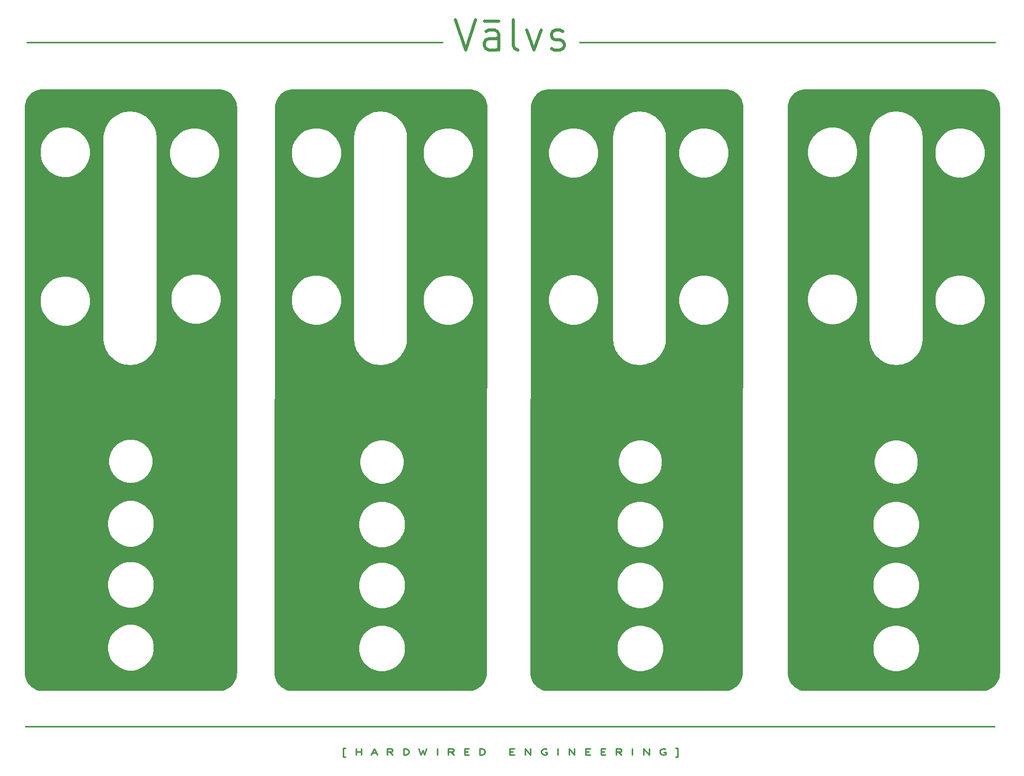
<source format=gtl>
%TF.GenerationSoftware,KiCad,Pcbnew,(5.1.6-0-10_14)*%
%TF.CreationDate,2022-01-25T08:39:06+00:00*%
%TF.ProjectId,Quad Tube VCA Panel,51756164-2054-4756-9265-205643412050,rev?*%
%TF.SameCoordinates,Original*%
%TF.FileFunction,Copper,L1,Top*%
%TF.FilePolarity,Positive*%
%FSLAX46Y46*%
G04 Gerber Fmt 4.6, Leading zero omitted, Abs format (unit mm)*
G04 Created by KiCad (PCBNEW (5.1.6-0-10_14)) date 2022-01-25 08:39:06*
%MOMM*%
%LPD*%
G01*
G04 APERTURE LIST*
%TA.AperFunction,NonConductor*%
%ADD10C,0.250000*%
%TD*%
%TA.AperFunction,NonConductor*%
%ADD11C,0.500000*%
%TD*%
%TA.AperFunction,Conductor*%
%ADD12C,0.250000*%
%TD*%
%TA.AperFunction,NonConductor*%
%ADD13C,0.254000*%
%TD*%
G04 APERTURE END LIST*
D10*
X60975285Y-186205714D02*
X60618142Y-186205714D01*
X60618142Y-184777142D01*
X60975285Y-184777142D01*
X62689571Y-185872380D02*
X62689571Y-184872380D01*
X62689571Y-185348571D02*
X63546714Y-185348571D01*
X63546714Y-185872380D02*
X63546714Y-184872380D01*
X65332428Y-185586666D02*
X66046714Y-185586666D01*
X65189571Y-185872380D02*
X65689571Y-184872380D01*
X66189571Y-185872380D01*
X68689571Y-185872380D02*
X68189571Y-185396190D01*
X67832428Y-185872380D02*
X67832428Y-184872380D01*
X68403857Y-184872380D01*
X68546714Y-184920000D01*
X68618142Y-184967619D01*
X68689571Y-185062857D01*
X68689571Y-185205714D01*
X68618142Y-185300952D01*
X68546714Y-185348571D01*
X68403857Y-185396190D01*
X67832428Y-185396190D01*
X70475285Y-185872380D02*
X70475285Y-184872380D01*
X70832428Y-184872380D01*
X71046714Y-184920000D01*
X71189571Y-185015238D01*
X71261000Y-185110476D01*
X71332428Y-185300952D01*
X71332428Y-185443809D01*
X71261000Y-185634285D01*
X71189571Y-185729523D01*
X71046714Y-185824761D01*
X70832428Y-185872380D01*
X70475285Y-185872380D01*
X72975285Y-184872380D02*
X73332428Y-185872380D01*
X73618142Y-185158095D01*
X73903857Y-185872380D01*
X74261000Y-184872380D01*
X75975285Y-185872380D02*
X75975285Y-184872380D01*
X78689571Y-185872380D02*
X78189571Y-185396190D01*
X77832428Y-185872380D02*
X77832428Y-184872380D01*
X78403857Y-184872380D01*
X78546714Y-184920000D01*
X78618142Y-184967619D01*
X78689571Y-185062857D01*
X78689571Y-185205714D01*
X78618142Y-185300952D01*
X78546714Y-185348571D01*
X78403857Y-185396190D01*
X77832428Y-185396190D01*
X80475285Y-185348571D02*
X80975285Y-185348571D01*
X81189571Y-185872380D02*
X80475285Y-185872380D01*
X80475285Y-184872380D01*
X81189571Y-184872380D01*
X82975285Y-185872380D02*
X82975285Y-184872380D01*
X83332428Y-184872380D01*
X83546714Y-184920000D01*
X83689571Y-185015238D01*
X83761000Y-185110476D01*
X83832428Y-185300952D01*
X83832428Y-185443809D01*
X83761000Y-185634285D01*
X83689571Y-185729523D01*
X83546714Y-185824761D01*
X83332428Y-185872380D01*
X82975285Y-185872380D01*
X87903857Y-185348571D02*
X88403857Y-185348571D01*
X88618142Y-185872380D02*
X87903857Y-185872380D01*
X87903857Y-184872380D01*
X88618142Y-184872380D01*
X90403857Y-185872380D02*
X90403857Y-184872380D01*
X91261000Y-185872380D01*
X91261000Y-184872380D01*
X93903857Y-184920000D02*
X93761000Y-184872380D01*
X93546714Y-184872380D01*
X93332428Y-184920000D01*
X93189571Y-185015238D01*
X93118142Y-185110476D01*
X93046714Y-185300952D01*
X93046714Y-185443809D01*
X93118142Y-185634285D01*
X93189571Y-185729523D01*
X93332428Y-185824761D01*
X93546714Y-185872380D01*
X93689571Y-185872380D01*
X93903857Y-185824761D01*
X93975285Y-185777142D01*
X93975285Y-185443809D01*
X93689571Y-185443809D01*
X95761000Y-185872380D02*
X95761000Y-184872380D01*
X97618142Y-185872380D02*
X97618142Y-184872380D01*
X98475285Y-185872380D01*
X98475285Y-184872380D01*
X100332428Y-185348571D02*
X100832428Y-185348571D01*
X101046714Y-185872380D02*
X100332428Y-185872380D01*
X100332428Y-184872380D01*
X101046714Y-184872380D01*
X102832428Y-185348571D02*
X103332428Y-185348571D01*
X103546714Y-185872380D02*
X102832428Y-185872380D01*
X102832428Y-184872380D01*
X103546714Y-184872380D01*
X106189571Y-185872380D02*
X105689571Y-185396190D01*
X105332428Y-185872380D02*
X105332428Y-184872380D01*
X105903857Y-184872380D01*
X106046714Y-184920000D01*
X106118142Y-184967619D01*
X106189571Y-185062857D01*
X106189571Y-185205714D01*
X106118142Y-185300952D01*
X106046714Y-185348571D01*
X105903857Y-185396190D01*
X105332428Y-185396190D01*
X107975285Y-185872380D02*
X107975285Y-184872380D01*
X109832428Y-185872380D02*
X109832428Y-184872380D01*
X110689571Y-185872380D01*
X110689571Y-184872380D01*
X113332428Y-184920000D02*
X113189571Y-184872380D01*
X112975285Y-184872380D01*
X112761000Y-184920000D01*
X112618142Y-185015238D01*
X112546714Y-185110476D01*
X112475285Y-185300952D01*
X112475285Y-185443809D01*
X112546714Y-185634285D01*
X112618142Y-185729523D01*
X112761000Y-185824761D01*
X112975285Y-185872380D01*
X113118142Y-185872380D01*
X113332428Y-185824761D01*
X113403857Y-185777142D01*
X113403857Y-185443809D01*
X113118142Y-185443809D01*
X115046714Y-186205714D02*
X115403857Y-186205714D01*
X115403857Y-184777142D01*
X115046714Y-184777142D01*
D11*
X78971333Y-65333904D02*
X80638000Y-70333904D01*
X82304666Y-65333904D01*
X86114190Y-70333904D02*
X86114190Y-67714857D01*
X85876095Y-67238666D01*
X85399904Y-67000571D01*
X84447523Y-67000571D01*
X83971333Y-67238666D01*
X86114190Y-70095809D02*
X85638000Y-70333904D01*
X84447523Y-70333904D01*
X83971333Y-70095809D01*
X83733238Y-69619619D01*
X83733238Y-69143428D01*
X83971333Y-68667238D01*
X84447523Y-68429142D01*
X85638000Y-68429142D01*
X86114190Y-68191047D01*
X83733238Y-65572000D02*
X86114190Y-65572000D01*
X89209428Y-70333904D02*
X88733238Y-70095809D01*
X88495142Y-69619619D01*
X88495142Y-65333904D01*
X90638000Y-67000571D02*
X91828476Y-70333904D01*
X93018952Y-67000571D01*
X94685619Y-70095809D02*
X95161809Y-70333904D01*
X96114190Y-70333904D01*
X96590380Y-70095809D01*
X96828476Y-69619619D01*
X96828476Y-69381523D01*
X96590380Y-68905333D01*
X96114190Y-68667238D01*
X95399904Y-68667238D01*
X94923714Y-68429142D01*
X94685619Y-67952952D01*
X94685619Y-67714857D01*
X94923714Y-67238666D01*
X95399904Y-67000571D01*
X96114190Y-67000571D01*
X96590380Y-67238666D01*
D12*
X8509000Y-181229000D02*
X157480000Y-181229000D01*
X157480000Y-181229000D02*
X167259000Y-181229000D01*
X8763000Y-69088000D02*
X76835000Y-69088000D01*
X99314000Y-69088000D02*
X167386000Y-69088000D01*
D13*
G36*
X40501646Y-76853263D02*
G01*
X40819266Y-76907228D01*
X41128818Y-76996409D01*
X41426468Y-77119700D01*
X41708421Y-77275529D01*
X41971156Y-77461951D01*
X42211376Y-77676624D01*
X42426049Y-77916844D01*
X42612471Y-78179579D01*
X42768300Y-78461532D01*
X42891591Y-78759182D01*
X42980772Y-79068734D01*
X43034737Y-79386354D01*
X43053000Y-79711560D01*
X43053000Y-172383440D01*
X43034737Y-172708646D01*
X42980772Y-173026266D01*
X42891591Y-173335818D01*
X42768300Y-173633468D01*
X42612471Y-173915421D01*
X42426049Y-174178156D01*
X42211376Y-174418376D01*
X41971156Y-174633049D01*
X41708421Y-174819471D01*
X41426468Y-174975300D01*
X41128818Y-175098591D01*
X40819266Y-175187772D01*
X40501646Y-175241737D01*
X40176440Y-175260000D01*
X11385560Y-175260000D01*
X11060354Y-175241737D01*
X10742734Y-175187772D01*
X10433182Y-175098591D01*
X10135532Y-174975300D01*
X9853579Y-174819471D01*
X9590844Y-174633049D01*
X9350624Y-174418376D01*
X9135951Y-174178156D01*
X8949529Y-173915421D01*
X8793700Y-173633468D01*
X8670409Y-173335818D01*
X8581228Y-173026266D01*
X8527263Y-172708646D01*
X8509000Y-172383440D01*
X8509000Y-167894693D01*
X21919683Y-167894693D01*
X21919683Y-168655307D01*
X22068071Y-169401305D01*
X22359145Y-170104019D01*
X22781719Y-170736446D01*
X23319554Y-171274281D01*
X23951981Y-171696855D01*
X24654695Y-171987929D01*
X25400693Y-172136317D01*
X26161307Y-172136317D01*
X26907305Y-171987929D01*
X27610019Y-171696855D01*
X28242446Y-171274281D01*
X28780281Y-170736446D01*
X29202855Y-170104019D01*
X29493929Y-169401305D01*
X29642317Y-168655307D01*
X29642317Y-167894693D01*
X29493929Y-167148695D01*
X29202855Y-166445981D01*
X28780281Y-165813554D01*
X28242446Y-165275719D01*
X27610019Y-164853145D01*
X26907305Y-164562071D01*
X26161307Y-164413683D01*
X25400693Y-164413683D01*
X24654695Y-164562071D01*
X23951981Y-164853145D01*
X23319554Y-165275719D01*
X22781719Y-165813554D01*
X22359145Y-166445981D01*
X22068071Y-167148695D01*
X21919683Y-167894693D01*
X8509000Y-167894693D01*
X8509000Y-157582693D01*
X21919683Y-157582693D01*
X21919683Y-158343307D01*
X22068071Y-159089305D01*
X22359145Y-159792019D01*
X22781719Y-160424446D01*
X23319554Y-160962281D01*
X23951981Y-161384855D01*
X24654695Y-161675929D01*
X25400693Y-161824317D01*
X26161307Y-161824317D01*
X26907305Y-161675929D01*
X27610019Y-161384855D01*
X28242446Y-160962281D01*
X28780281Y-160424446D01*
X29202855Y-159792019D01*
X29493929Y-159089305D01*
X29642317Y-158343307D01*
X29642317Y-157582693D01*
X29493929Y-156836695D01*
X29202855Y-156133981D01*
X28780281Y-155501554D01*
X28242446Y-154963719D01*
X27610019Y-154541145D01*
X26907305Y-154250071D01*
X26161307Y-154101683D01*
X25400693Y-154101683D01*
X24654695Y-154250071D01*
X23951981Y-154541145D01*
X23319554Y-154963719D01*
X22781719Y-155501554D01*
X22359145Y-156133981D01*
X22068071Y-156836695D01*
X21919683Y-157582693D01*
X8509000Y-157582693D01*
X8509000Y-147574693D01*
X21919683Y-147574693D01*
X21919683Y-148335307D01*
X22068071Y-149081305D01*
X22359145Y-149784019D01*
X22781719Y-150416446D01*
X23319554Y-150954281D01*
X23951981Y-151376855D01*
X24654695Y-151667929D01*
X25400693Y-151816317D01*
X26161307Y-151816317D01*
X26907305Y-151667929D01*
X27610019Y-151376855D01*
X28242446Y-150954281D01*
X28780281Y-150416446D01*
X29202855Y-149784019D01*
X29493929Y-149081305D01*
X29642317Y-148335307D01*
X29642317Y-147574693D01*
X29493929Y-146828695D01*
X29202855Y-146125981D01*
X28780281Y-145493554D01*
X28242446Y-144955719D01*
X27610019Y-144533145D01*
X26907305Y-144242071D01*
X26161307Y-144093683D01*
X25400693Y-144093683D01*
X24654695Y-144242071D01*
X23951981Y-144533145D01*
X23319554Y-144955719D01*
X22781719Y-145493554D01*
X22359145Y-146125981D01*
X22068071Y-146828695D01*
X21919683Y-147574693D01*
X8509000Y-147574693D01*
X8509000Y-137355297D01*
X22118720Y-137355297D01*
X22118720Y-138076703D01*
X22259460Y-138784248D01*
X22535530Y-139450740D01*
X22936322Y-140050567D01*
X23446433Y-140560678D01*
X24046260Y-140961470D01*
X24712752Y-141237540D01*
X25420297Y-141378280D01*
X26141703Y-141378280D01*
X26849248Y-141237540D01*
X27515740Y-140961470D01*
X28115567Y-140560678D01*
X28625678Y-140050567D01*
X29026470Y-139450740D01*
X29302540Y-138784248D01*
X29443280Y-138076703D01*
X29443280Y-137355297D01*
X29302540Y-136647752D01*
X29026470Y-135981260D01*
X28625678Y-135381433D01*
X28115567Y-134871322D01*
X27515740Y-134470530D01*
X26849248Y-134194460D01*
X26141703Y-134053720D01*
X25420297Y-134053720D01*
X24712752Y-134194460D01*
X24046260Y-134470530D01*
X23446433Y-134871322D01*
X22936322Y-135381433D01*
X22535530Y-135981260D01*
X22259460Y-136647752D01*
X22118720Y-137355297D01*
X8509000Y-137355297D01*
X8509000Y-117634418D01*
X21184000Y-117634418D01*
X21186975Y-117664626D01*
X21186809Y-117688416D01*
X21187709Y-117697587D01*
X21265433Y-118437095D01*
X21277458Y-118495675D01*
X21288670Y-118554453D01*
X21291334Y-118563274D01*
X21511217Y-119273601D01*
X21534392Y-119328731D01*
X21556806Y-119384210D01*
X21561133Y-119392346D01*
X21914799Y-120046437D01*
X21948244Y-120096021D01*
X21981004Y-120146084D01*
X21986828Y-120153225D01*
X22460805Y-120726165D01*
X22503241Y-120768305D01*
X22545104Y-120811055D01*
X22552205Y-120816928D01*
X23128439Y-121286893D01*
X23178247Y-121319986D01*
X23227621Y-121353793D01*
X23235727Y-121358176D01*
X23892271Y-121707266D01*
X23947586Y-121730065D01*
X24002558Y-121753626D01*
X24011361Y-121756351D01*
X24723206Y-121971270D01*
X24781901Y-121982892D01*
X24840397Y-121995326D01*
X24849562Y-121996289D01*
X25589595Y-122068850D01*
X25618426Y-122068850D01*
X25647092Y-122071964D01*
X25656308Y-122071996D01*
X25682906Y-122071903D01*
X25711586Y-122068990D01*
X25740416Y-122069191D01*
X25749587Y-122068291D01*
X26489095Y-121990567D01*
X26547675Y-121978542D01*
X26606453Y-121967330D01*
X26615274Y-121964666D01*
X27325601Y-121744783D01*
X27380731Y-121721608D01*
X27436210Y-121699194D01*
X27444346Y-121694867D01*
X28098437Y-121341201D01*
X28148021Y-121307756D01*
X28198084Y-121274996D01*
X28205225Y-121269172D01*
X28778165Y-120795195D01*
X28820305Y-120752759D01*
X28863055Y-120710896D01*
X28868928Y-120703795D01*
X29338893Y-120127561D01*
X29371986Y-120077753D01*
X29405793Y-120028379D01*
X29410176Y-120020273D01*
X29759266Y-119363729D01*
X29782065Y-119308414D01*
X29805626Y-119253442D01*
X29808351Y-119244639D01*
X30023270Y-118532794D01*
X30034892Y-118474099D01*
X30047326Y-118415603D01*
X30048289Y-118406438D01*
X30120850Y-117666405D01*
X30120850Y-117666402D01*
X30124000Y-117634419D01*
X30124000Y-110715288D01*
X32289128Y-110715288D01*
X32289128Y-111534712D01*
X32448989Y-112338390D01*
X32762569Y-113095438D01*
X33217816Y-113776764D01*
X33797236Y-114356184D01*
X34478562Y-114811431D01*
X35235610Y-115125011D01*
X36039288Y-115284872D01*
X36858712Y-115284872D01*
X37662390Y-115125011D01*
X38419438Y-114811431D01*
X39100764Y-114356184D01*
X39680184Y-113776764D01*
X40135431Y-113095438D01*
X40449011Y-112338390D01*
X40608872Y-111534712D01*
X40608872Y-110715288D01*
X40449011Y-109911610D01*
X40135431Y-109154562D01*
X39680184Y-108473236D01*
X39100764Y-107893816D01*
X38419438Y-107438569D01*
X37662390Y-107124989D01*
X36858712Y-106965128D01*
X36039288Y-106965128D01*
X35235610Y-107124989D01*
X34478562Y-107438569D01*
X33797236Y-107893816D01*
X33217816Y-108473236D01*
X32762569Y-109154562D01*
X32448989Y-109911610D01*
X32289128Y-110715288D01*
X30124000Y-110715288D01*
X30124000Y-86752288D01*
X32056128Y-86752288D01*
X32056128Y-87571712D01*
X32215989Y-88375390D01*
X32529569Y-89132438D01*
X32984816Y-89813764D01*
X33564236Y-90393184D01*
X34245562Y-90848431D01*
X35002610Y-91162011D01*
X35806288Y-91321872D01*
X36625712Y-91321872D01*
X37429390Y-91162011D01*
X38186438Y-90848431D01*
X38867764Y-90393184D01*
X39447184Y-89813764D01*
X39902431Y-89132438D01*
X40216011Y-88375390D01*
X40375872Y-87571712D01*
X40375872Y-86752288D01*
X40216011Y-85948610D01*
X39902431Y-85191562D01*
X39447184Y-84510236D01*
X38867764Y-83930816D01*
X38186438Y-83475569D01*
X37429390Y-83161989D01*
X36625712Y-83002128D01*
X35806288Y-83002128D01*
X35002610Y-83161989D01*
X34245562Y-83475569D01*
X33564236Y-83930816D01*
X32984816Y-84510236D01*
X32529569Y-85191562D01*
X32215989Y-85948610D01*
X32056128Y-86752288D01*
X30124000Y-86752288D01*
X30124000Y-84676581D01*
X30121025Y-84646373D01*
X30121191Y-84622583D01*
X30120291Y-84613412D01*
X30042566Y-83873905D01*
X30030541Y-83815325D01*
X30019329Y-83756547D01*
X30016666Y-83747725D01*
X29796783Y-83037399D01*
X29773595Y-82982236D01*
X29751193Y-82926790D01*
X29746867Y-82918654D01*
X29393201Y-82264563D01*
X29359756Y-82214979D01*
X29326996Y-82164916D01*
X29321172Y-82157775D01*
X28847195Y-81584835D01*
X28804759Y-81542695D01*
X28762896Y-81499945D01*
X28755795Y-81494072D01*
X28179561Y-81024107D01*
X28129768Y-80991025D01*
X28080379Y-80957207D01*
X28072273Y-80952824D01*
X27415729Y-80603734D01*
X27360428Y-80580941D01*
X27305443Y-80557374D01*
X27296640Y-80554649D01*
X26584794Y-80339730D01*
X26526100Y-80328108D01*
X26467603Y-80315674D01*
X26458438Y-80314711D01*
X25718405Y-80242150D01*
X25689573Y-80242150D01*
X25660907Y-80239036D01*
X25651692Y-80239004D01*
X25625093Y-80239097D01*
X25596413Y-80242010D01*
X25567583Y-80241809D01*
X25558412Y-80242709D01*
X24818905Y-80320434D01*
X24760325Y-80332459D01*
X24701547Y-80343671D01*
X24692725Y-80346334D01*
X23982399Y-80566217D01*
X23927236Y-80589405D01*
X23871790Y-80611807D01*
X23863654Y-80616133D01*
X23209563Y-80969799D01*
X23159979Y-81003244D01*
X23109916Y-81036004D01*
X23102775Y-81041828D01*
X22529835Y-81515805D01*
X22487695Y-81558241D01*
X22444945Y-81600104D01*
X22439072Y-81607205D01*
X21969107Y-82183439D01*
X21936025Y-82233232D01*
X21902207Y-82282621D01*
X21897824Y-82290727D01*
X21548734Y-82947271D01*
X21525941Y-83002572D01*
X21502374Y-83057557D01*
X21499649Y-83066360D01*
X21284730Y-83778206D01*
X21273108Y-83836900D01*
X21260674Y-83895397D01*
X21259711Y-83904562D01*
X21187150Y-84644595D01*
X21187150Y-84644608D01*
X21184001Y-84676581D01*
X21184000Y-117634418D01*
X8509000Y-117634418D01*
X8509000Y-111040288D01*
X10868128Y-111040288D01*
X10868128Y-111859712D01*
X11027989Y-112663390D01*
X11341569Y-113420438D01*
X11796816Y-114101764D01*
X12376236Y-114681184D01*
X13057562Y-115136431D01*
X13814610Y-115450011D01*
X14618288Y-115609872D01*
X15437712Y-115609872D01*
X16241390Y-115450011D01*
X16998438Y-115136431D01*
X17679764Y-114681184D01*
X18259184Y-114101764D01*
X18714431Y-113420438D01*
X19028011Y-112663390D01*
X19187872Y-111859712D01*
X19187872Y-111040288D01*
X19028011Y-110236610D01*
X18714431Y-109479562D01*
X18259184Y-108798236D01*
X17679764Y-108218816D01*
X16998438Y-107763569D01*
X16241390Y-107449989D01*
X15437712Y-107290128D01*
X14618288Y-107290128D01*
X13814610Y-107449989D01*
X13057562Y-107763569D01*
X12376236Y-108218816D01*
X11796816Y-108798236D01*
X11341569Y-109479562D01*
X11027989Y-110236610D01*
X10868128Y-111040288D01*
X8509000Y-111040288D01*
X8509000Y-86625288D01*
X10868128Y-86625288D01*
X10868128Y-87444712D01*
X11027989Y-88248390D01*
X11341569Y-89005438D01*
X11796816Y-89686764D01*
X12376236Y-90266184D01*
X13057562Y-90721431D01*
X13814610Y-91035011D01*
X14618288Y-91194872D01*
X15437712Y-91194872D01*
X16241390Y-91035011D01*
X16998438Y-90721431D01*
X17679764Y-90266184D01*
X18259184Y-89686764D01*
X18714431Y-89005438D01*
X19028011Y-88248390D01*
X19187872Y-87444712D01*
X19187872Y-86625288D01*
X19028011Y-85821610D01*
X18714431Y-85064562D01*
X18259184Y-84383236D01*
X17679764Y-83803816D01*
X16998438Y-83348569D01*
X16241390Y-83034989D01*
X15437712Y-82875128D01*
X14618288Y-82875128D01*
X13814610Y-83034989D01*
X13057562Y-83348569D01*
X12376236Y-83803816D01*
X11796816Y-84383236D01*
X11341569Y-85064562D01*
X11027989Y-85821610D01*
X10868128Y-86625288D01*
X8509000Y-86625288D01*
X8509000Y-79711560D01*
X8527263Y-79386354D01*
X8581228Y-79068734D01*
X8670409Y-78759182D01*
X8793700Y-78461532D01*
X8949529Y-78179579D01*
X9135951Y-77916844D01*
X9350624Y-77676624D01*
X9590844Y-77461951D01*
X9853579Y-77275529D01*
X10135532Y-77119700D01*
X10433182Y-76996409D01*
X10742734Y-76907228D01*
X11060354Y-76853263D01*
X11385560Y-76835000D01*
X40176440Y-76835000D01*
X40501646Y-76853263D01*
G37*
X40501646Y-76853263D02*
X40819266Y-76907228D01*
X41128818Y-76996409D01*
X41426468Y-77119700D01*
X41708421Y-77275529D01*
X41971156Y-77461951D01*
X42211376Y-77676624D01*
X42426049Y-77916844D01*
X42612471Y-78179579D01*
X42768300Y-78461532D01*
X42891591Y-78759182D01*
X42980772Y-79068734D01*
X43034737Y-79386354D01*
X43053000Y-79711560D01*
X43053000Y-172383440D01*
X43034737Y-172708646D01*
X42980772Y-173026266D01*
X42891591Y-173335818D01*
X42768300Y-173633468D01*
X42612471Y-173915421D01*
X42426049Y-174178156D01*
X42211376Y-174418376D01*
X41971156Y-174633049D01*
X41708421Y-174819471D01*
X41426468Y-174975300D01*
X41128818Y-175098591D01*
X40819266Y-175187772D01*
X40501646Y-175241737D01*
X40176440Y-175260000D01*
X11385560Y-175260000D01*
X11060354Y-175241737D01*
X10742734Y-175187772D01*
X10433182Y-175098591D01*
X10135532Y-174975300D01*
X9853579Y-174819471D01*
X9590844Y-174633049D01*
X9350624Y-174418376D01*
X9135951Y-174178156D01*
X8949529Y-173915421D01*
X8793700Y-173633468D01*
X8670409Y-173335818D01*
X8581228Y-173026266D01*
X8527263Y-172708646D01*
X8509000Y-172383440D01*
X8509000Y-167894693D01*
X21919683Y-167894693D01*
X21919683Y-168655307D01*
X22068071Y-169401305D01*
X22359145Y-170104019D01*
X22781719Y-170736446D01*
X23319554Y-171274281D01*
X23951981Y-171696855D01*
X24654695Y-171987929D01*
X25400693Y-172136317D01*
X26161307Y-172136317D01*
X26907305Y-171987929D01*
X27610019Y-171696855D01*
X28242446Y-171274281D01*
X28780281Y-170736446D01*
X29202855Y-170104019D01*
X29493929Y-169401305D01*
X29642317Y-168655307D01*
X29642317Y-167894693D01*
X29493929Y-167148695D01*
X29202855Y-166445981D01*
X28780281Y-165813554D01*
X28242446Y-165275719D01*
X27610019Y-164853145D01*
X26907305Y-164562071D01*
X26161307Y-164413683D01*
X25400693Y-164413683D01*
X24654695Y-164562071D01*
X23951981Y-164853145D01*
X23319554Y-165275719D01*
X22781719Y-165813554D01*
X22359145Y-166445981D01*
X22068071Y-167148695D01*
X21919683Y-167894693D01*
X8509000Y-167894693D01*
X8509000Y-157582693D01*
X21919683Y-157582693D01*
X21919683Y-158343307D01*
X22068071Y-159089305D01*
X22359145Y-159792019D01*
X22781719Y-160424446D01*
X23319554Y-160962281D01*
X23951981Y-161384855D01*
X24654695Y-161675929D01*
X25400693Y-161824317D01*
X26161307Y-161824317D01*
X26907305Y-161675929D01*
X27610019Y-161384855D01*
X28242446Y-160962281D01*
X28780281Y-160424446D01*
X29202855Y-159792019D01*
X29493929Y-159089305D01*
X29642317Y-158343307D01*
X29642317Y-157582693D01*
X29493929Y-156836695D01*
X29202855Y-156133981D01*
X28780281Y-155501554D01*
X28242446Y-154963719D01*
X27610019Y-154541145D01*
X26907305Y-154250071D01*
X26161307Y-154101683D01*
X25400693Y-154101683D01*
X24654695Y-154250071D01*
X23951981Y-154541145D01*
X23319554Y-154963719D01*
X22781719Y-155501554D01*
X22359145Y-156133981D01*
X22068071Y-156836695D01*
X21919683Y-157582693D01*
X8509000Y-157582693D01*
X8509000Y-147574693D01*
X21919683Y-147574693D01*
X21919683Y-148335307D01*
X22068071Y-149081305D01*
X22359145Y-149784019D01*
X22781719Y-150416446D01*
X23319554Y-150954281D01*
X23951981Y-151376855D01*
X24654695Y-151667929D01*
X25400693Y-151816317D01*
X26161307Y-151816317D01*
X26907305Y-151667929D01*
X27610019Y-151376855D01*
X28242446Y-150954281D01*
X28780281Y-150416446D01*
X29202855Y-149784019D01*
X29493929Y-149081305D01*
X29642317Y-148335307D01*
X29642317Y-147574693D01*
X29493929Y-146828695D01*
X29202855Y-146125981D01*
X28780281Y-145493554D01*
X28242446Y-144955719D01*
X27610019Y-144533145D01*
X26907305Y-144242071D01*
X26161307Y-144093683D01*
X25400693Y-144093683D01*
X24654695Y-144242071D01*
X23951981Y-144533145D01*
X23319554Y-144955719D01*
X22781719Y-145493554D01*
X22359145Y-146125981D01*
X22068071Y-146828695D01*
X21919683Y-147574693D01*
X8509000Y-147574693D01*
X8509000Y-137355297D01*
X22118720Y-137355297D01*
X22118720Y-138076703D01*
X22259460Y-138784248D01*
X22535530Y-139450740D01*
X22936322Y-140050567D01*
X23446433Y-140560678D01*
X24046260Y-140961470D01*
X24712752Y-141237540D01*
X25420297Y-141378280D01*
X26141703Y-141378280D01*
X26849248Y-141237540D01*
X27515740Y-140961470D01*
X28115567Y-140560678D01*
X28625678Y-140050567D01*
X29026470Y-139450740D01*
X29302540Y-138784248D01*
X29443280Y-138076703D01*
X29443280Y-137355297D01*
X29302540Y-136647752D01*
X29026470Y-135981260D01*
X28625678Y-135381433D01*
X28115567Y-134871322D01*
X27515740Y-134470530D01*
X26849248Y-134194460D01*
X26141703Y-134053720D01*
X25420297Y-134053720D01*
X24712752Y-134194460D01*
X24046260Y-134470530D01*
X23446433Y-134871322D01*
X22936322Y-135381433D01*
X22535530Y-135981260D01*
X22259460Y-136647752D01*
X22118720Y-137355297D01*
X8509000Y-137355297D01*
X8509000Y-117634418D01*
X21184000Y-117634418D01*
X21186975Y-117664626D01*
X21186809Y-117688416D01*
X21187709Y-117697587D01*
X21265433Y-118437095D01*
X21277458Y-118495675D01*
X21288670Y-118554453D01*
X21291334Y-118563274D01*
X21511217Y-119273601D01*
X21534392Y-119328731D01*
X21556806Y-119384210D01*
X21561133Y-119392346D01*
X21914799Y-120046437D01*
X21948244Y-120096021D01*
X21981004Y-120146084D01*
X21986828Y-120153225D01*
X22460805Y-120726165D01*
X22503241Y-120768305D01*
X22545104Y-120811055D01*
X22552205Y-120816928D01*
X23128439Y-121286893D01*
X23178247Y-121319986D01*
X23227621Y-121353793D01*
X23235727Y-121358176D01*
X23892271Y-121707266D01*
X23947586Y-121730065D01*
X24002558Y-121753626D01*
X24011361Y-121756351D01*
X24723206Y-121971270D01*
X24781901Y-121982892D01*
X24840397Y-121995326D01*
X24849562Y-121996289D01*
X25589595Y-122068850D01*
X25618426Y-122068850D01*
X25647092Y-122071964D01*
X25656308Y-122071996D01*
X25682906Y-122071903D01*
X25711586Y-122068990D01*
X25740416Y-122069191D01*
X25749587Y-122068291D01*
X26489095Y-121990567D01*
X26547675Y-121978542D01*
X26606453Y-121967330D01*
X26615274Y-121964666D01*
X27325601Y-121744783D01*
X27380731Y-121721608D01*
X27436210Y-121699194D01*
X27444346Y-121694867D01*
X28098437Y-121341201D01*
X28148021Y-121307756D01*
X28198084Y-121274996D01*
X28205225Y-121269172D01*
X28778165Y-120795195D01*
X28820305Y-120752759D01*
X28863055Y-120710896D01*
X28868928Y-120703795D01*
X29338893Y-120127561D01*
X29371986Y-120077753D01*
X29405793Y-120028379D01*
X29410176Y-120020273D01*
X29759266Y-119363729D01*
X29782065Y-119308414D01*
X29805626Y-119253442D01*
X29808351Y-119244639D01*
X30023270Y-118532794D01*
X30034892Y-118474099D01*
X30047326Y-118415603D01*
X30048289Y-118406438D01*
X30120850Y-117666405D01*
X30120850Y-117666402D01*
X30124000Y-117634419D01*
X30124000Y-110715288D01*
X32289128Y-110715288D01*
X32289128Y-111534712D01*
X32448989Y-112338390D01*
X32762569Y-113095438D01*
X33217816Y-113776764D01*
X33797236Y-114356184D01*
X34478562Y-114811431D01*
X35235610Y-115125011D01*
X36039288Y-115284872D01*
X36858712Y-115284872D01*
X37662390Y-115125011D01*
X38419438Y-114811431D01*
X39100764Y-114356184D01*
X39680184Y-113776764D01*
X40135431Y-113095438D01*
X40449011Y-112338390D01*
X40608872Y-111534712D01*
X40608872Y-110715288D01*
X40449011Y-109911610D01*
X40135431Y-109154562D01*
X39680184Y-108473236D01*
X39100764Y-107893816D01*
X38419438Y-107438569D01*
X37662390Y-107124989D01*
X36858712Y-106965128D01*
X36039288Y-106965128D01*
X35235610Y-107124989D01*
X34478562Y-107438569D01*
X33797236Y-107893816D01*
X33217816Y-108473236D01*
X32762569Y-109154562D01*
X32448989Y-109911610D01*
X32289128Y-110715288D01*
X30124000Y-110715288D01*
X30124000Y-86752288D01*
X32056128Y-86752288D01*
X32056128Y-87571712D01*
X32215989Y-88375390D01*
X32529569Y-89132438D01*
X32984816Y-89813764D01*
X33564236Y-90393184D01*
X34245562Y-90848431D01*
X35002610Y-91162011D01*
X35806288Y-91321872D01*
X36625712Y-91321872D01*
X37429390Y-91162011D01*
X38186438Y-90848431D01*
X38867764Y-90393184D01*
X39447184Y-89813764D01*
X39902431Y-89132438D01*
X40216011Y-88375390D01*
X40375872Y-87571712D01*
X40375872Y-86752288D01*
X40216011Y-85948610D01*
X39902431Y-85191562D01*
X39447184Y-84510236D01*
X38867764Y-83930816D01*
X38186438Y-83475569D01*
X37429390Y-83161989D01*
X36625712Y-83002128D01*
X35806288Y-83002128D01*
X35002610Y-83161989D01*
X34245562Y-83475569D01*
X33564236Y-83930816D01*
X32984816Y-84510236D01*
X32529569Y-85191562D01*
X32215989Y-85948610D01*
X32056128Y-86752288D01*
X30124000Y-86752288D01*
X30124000Y-84676581D01*
X30121025Y-84646373D01*
X30121191Y-84622583D01*
X30120291Y-84613412D01*
X30042566Y-83873905D01*
X30030541Y-83815325D01*
X30019329Y-83756547D01*
X30016666Y-83747725D01*
X29796783Y-83037399D01*
X29773595Y-82982236D01*
X29751193Y-82926790D01*
X29746867Y-82918654D01*
X29393201Y-82264563D01*
X29359756Y-82214979D01*
X29326996Y-82164916D01*
X29321172Y-82157775D01*
X28847195Y-81584835D01*
X28804759Y-81542695D01*
X28762896Y-81499945D01*
X28755795Y-81494072D01*
X28179561Y-81024107D01*
X28129768Y-80991025D01*
X28080379Y-80957207D01*
X28072273Y-80952824D01*
X27415729Y-80603734D01*
X27360428Y-80580941D01*
X27305443Y-80557374D01*
X27296640Y-80554649D01*
X26584794Y-80339730D01*
X26526100Y-80328108D01*
X26467603Y-80315674D01*
X26458438Y-80314711D01*
X25718405Y-80242150D01*
X25689573Y-80242150D01*
X25660907Y-80239036D01*
X25651692Y-80239004D01*
X25625093Y-80239097D01*
X25596413Y-80242010D01*
X25567583Y-80241809D01*
X25558412Y-80242709D01*
X24818905Y-80320434D01*
X24760325Y-80332459D01*
X24701547Y-80343671D01*
X24692725Y-80346334D01*
X23982399Y-80566217D01*
X23927236Y-80589405D01*
X23871790Y-80611807D01*
X23863654Y-80616133D01*
X23209563Y-80969799D01*
X23159979Y-81003244D01*
X23109916Y-81036004D01*
X23102775Y-81041828D01*
X22529835Y-81515805D01*
X22487695Y-81558241D01*
X22444945Y-81600104D01*
X22439072Y-81607205D01*
X21969107Y-82183439D01*
X21936025Y-82233232D01*
X21902207Y-82282621D01*
X21897824Y-82290727D01*
X21548734Y-82947271D01*
X21525941Y-83002572D01*
X21502374Y-83057557D01*
X21499649Y-83066360D01*
X21284730Y-83778206D01*
X21273108Y-83836900D01*
X21260674Y-83895397D01*
X21259711Y-83904562D01*
X21187150Y-84644595D01*
X21187150Y-84644608D01*
X21184001Y-84676581D01*
X21184000Y-117634418D01*
X8509000Y-117634418D01*
X8509000Y-111040288D01*
X10868128Y-111040288D01*
X10868128Y-111859712D01*
X11027989Y-112663390D01*
X11341569Y-113420438D01*
X11796816Y-114101764D01*
X12376236Y-114681184D01*
X13057562Y-115136431D01*
X13814610Y-115450011D01*
X14618288Y-115609872D01*
X15437712Y-115609872D01*
X16241390Y-115450011D01*
X16998438Y-115136431D01*
X17679764Y-114681184D01*
X18259184Y-114101764D01*
X18714431Y-113420438D01*
X19028011Y-112663390D01*
X19187872Y-111859712D01*
X19187872Y-111040288D01*
X19028011Y-110236610D01*
X18714431Y-109479562D01*
X18259184Y-108798236D01*
X17679764Y-108218816D01*
X16998438Y-107763569D01*
X16241390Y-107449989D01*
X15437712Y-107290128D01*
X14618288Y-107290128D01*
X13814610Y-107449989D01*
X13057562Y-107763569D01*
X12376236Y-108218816D01*
X11796816Y-108798236D01*
X11341569Y-109479562D01*
X11027989Y-110236610D01*
X10868128Y-111040288D01*
X8509000Y-111040288D01*
X8509000Y-86625288D01*
X10868128Y-86625288D01*
X10868128Y-87444712D01*
X11027989Y-88248390D01*
X11341569Y-89005438D01*
X11796816Y-89686764D01*
X12376236Y-90266184D01*
X13057562Y-90721431D01*
X13814610Y-91035011D01*
X14618288Y-91194872D01*
X15437712Y-91194872D01*
X16241390Y-91035011D01*
X16998438Y-90721431D01*
X17679764Y-90266184D01*
X18259184Y-89686764D01*
X18714431Y-89005438D01*
X19028011Y-88248390D01*
X19187872Y-87444712D01*
X19187872Y-86625288D01*
X19028011Y-85821610D01*
X18714431Y-85064562D01*
X18259184Y-84383236D01*
X17679764Y-83803816D01*
X16998438Y-83348569D01*
X16241390Y-83034989D01*
X15437712Y-82875128D01*
X14618288Y-82875128D01*
X13814610Y-83034989D01*
X13057562Y-83348569D01*
X12376236Y-83803816D01*
X11796816Y-84383236D01*
X11341569Y-85064562D01*
X11027989Y-85821610D01*
X10868128Y-86625288D01*
X8509000Y-86625288D01*
X8509000Y-79711560D01*
X8527263Y-79386354D01*
X8581228Y-79068734D01*
X8670409Y-78759182D01*
X8793700Y-78461532D01*
X8949529Y-78179579D01*
X9135951Y-77916844D01*
X9350624Y-77676624D01*
X9590844Y-77461951D01*
X9853579Y-77275529D01*
X10135532Y-77119700D01*
X10433182Y-76996409D01*
X10742734Y-76907228D01*
X11060354Y-76853263D01*
X11385560Y-76835000D01*
X40176440Y-76835000D01*
X40501646Y-76853263D01*
G36*
X81519048Y-76853293D02*
G01*
X81836917Y-76907347D01*
X82146706Y-76996672D01*
X82444551Y-77120156D01*
X82726674Y-77276232D01*
X82989540Y-77462946D01*
X83229815Y-77677927D01*
X83444499Y-77918492D01*
X83630870Y-78181593D01*
X83786583Y-78463916D01*
X83909681Y-78761916D01*
X83998613Y-79071836D01*
X84052254Y-79389759D01*
X84070129Y-79715263D01*
X83950861Y-172387144D01*
X83932209Y-172712062D01*
X83877925Y-173029349D01*
X83788487Y-173338563D01*
X83665014Y-173635841D01*
X83509063Y-173917434D01*
X83322584Y-174179816D01*
X83107931Y-174419679D01*
X82867777Y-174634037D01*
X82605164Y-174820171D01*
X82323365Y-174975763D01*
X82025943Y-175098848D01*
X81716603Y-175187890D01*
X81399248Y-175241765D01*
X81074290Y-175260000D01*
X52283432Y-175260000D01*
X51957952Y-175241707D01*
X51640083Y-175187653D01*
X51330294Y-175098328D01*
X51032449Y-174974844D01*
X50750326Y-174818768D01*
X50487460Y-174632054D01*
X50247185Y-174417073D01*
X50032501Y-174176508D01*
X49846130Y-173913407D01*
X49690417Y-173631084D01*
X49567319Y-173333084D01*
X49478387Y-173023164D01*
X49424746Y-172705241D01*
X49406871Y-172379737D01*
X49412479Y-168021693D01*
X63067683Y-168021693D01*
X63067683Y-168782307D01*
X63216071Y-169528305D01*
X63507145Y-170231019D01*
X63929719Y-170863446D01*
X64467554Y-171401281D01*
X65099981Y-171823855D01*
X65802695Y-172114929D01*
X66548693Y-172263317D01*
X67309307Y-172263317D01*
X68055305Y-172114929D01*
X68758019Y-171823855D01*
X69390446Y-171401281D01*
X69928281Y-170863446D01*
X70350855Y-170231019D01*
X70641929Y-169528305D01*
X70790317Y-168782307D01*
X70790317Y-168021693D01*
X70641929Y-167275695D01*
X70350855Y-166572981D01*
X69928281Y-165940554D01*
X69390446Y-165402719D01*
X68758019Y-164980145D01*
X68055305Y-164689071D01*
X67309307Y-164540683D01*
X66548693Y-164540683D01*
X65802695Y-164689071D01*
X65099981Y-164980145D01*
X64467554Y-165402719D01*
X63929719Y-165940554D01*
X63507145Y-166572981D01*
X63216071Y-167275695D01*
X63067683Y-168021693D01*
X49412479Y-168021693D01*
X49425750Y-157709693D01*
X63067683Y-157709693D01*
X63067683Y-158470307D01*
X63216071Y-159216305D01*
X63507145Y-159919019D01*
X63929719Y-160551446D01*
X64467554Y-161089281D01*
X65099981Y-161511855D01*
X65802695Y-161802929D01*
X66548693Y-161951317D01*
X67309307Y-161951317D01*
X68055305Y-161802929D01*
X68758019Y-161511855D01*
X69390446Y-161089281D01*
X69928281Y-160551446D01*
X70350855Y-159919019D01*
X70641929Y-159216305D01*
X70790317Y-158470307D01*
X70790317Y-157709693D01*
X70641929Y-156963695D01*
X70350855Y-156260981D01*
X69928281Y-155628554D01*
X69390446Y-155090719D01*
X68758019Y-154668145D01*
X68055305Y-154377071D01*
X67309307Y-154228683D01*
X66548693Y-154228683D01*
X65802695Y-154377071D01*
X65099981Y-154668145D01*
X64467554Y-155090719D01*
X63929719Y-155628554D01*
X63507145Y-156260981D01*
X63216071Y-156963695D01*
X63067683Y-157709693D01*
X49425750Y-157709693D01*
X49438630Y-147701693D01*
X63067683Y-147701693D01*
X63067683Y-148462307D01*
X63216071Y-149208305D01*
X63507145Y-149911019D01*
X63929719Y-150543446D01*
X64467554Y-151081281D01*
X65099981Y-151503855D01*
X65802695Y-151794929D01*
X66548693Y-151943317D01*
X67309307Y-151943317D01*
X68055305Y-151794929D01*
X68758019Y-151503855D01*
X69390446Y-151081281D01*
X69928281Y-150543446D01*
X70350855Y-149911019D01*
X70641929Y-149208305D01*
X70790317Y-148462307D01*
X70790317Y-147701693D01*
X70641929Y-146955695D01*
X70350855Y-146252981D01*
X69928281Y-145620554D01*
X69390446Y-145082719D01*
X68758019Y-144660145D01*
X68055305Y-144369071D01*
X67309307Y-144220683D01*
X66548693Y-144220683D01*
X65802695Y-144369071D01*
X65099981Y-144660145D01*
X64467554Y-145082719D01*
X63929719Y-145620554D01*
X63507145Y-146252981D01*
X63216071Y-146955695D01*
X63067683Y-147701693D01*
X49438630Y-147701693D01*
X49451782Y-137482297D01*
X63266720Y-137482297D01*
X63266720Y-138203703D01*
X63407460Y-138911248D01*
X63683530Y-139577740D01*
X64084322Y-140177567D01*
X64594433Y-140687678D01*
X65194260Y-141088470D01*
X65860752Y-141364540D01*
X66568297Y-141505280D01*
X67289703Y-141505280D01*
X67997248Y-141364540D01*
X68663740Y-141088470D01*
X69263567Y-140687678D01*
X69773678Y-140177567D01*
X70174470Y-139577740D01*
X70450540Y-138911248D01*
X70591280Y-138203703D01*
X70591280Y-137482297D01*
X70450540Y-136774752D01*
X70174470Y-136108260D01*
X69773678Y-135508433D01*
X69263567Y-134998322D01*
X68663740Y-134597530D01*
X67997248Y-134321460D01*
X67289703Y-134180720D01*
X66568297Y-134180720D01*
X65860752Y-134321460D01*
X65194260Y-134597530D01*
X64594433Y-134998322D01*
X64084322Y-135508433D01*
X63683530Y-136108260D01*
X63407460Y-136774752D01*
X63266720Y-137482297D01*
X49451782Y-137482297D01*
X49477327Y-117634418D01*
X62205000Y-117634418D01*
X62207975Y-117664626D01*
X62207809Y-117688416D01*
X62208709Y-117697587D01*
X62286433Y-118437095D01*
X62298458Y-118495675D01*
X62309670Y-118554453D01*
X62312334Y-118563274D01*
X62532217Y-119273601D01*
X62555392Y-119328731D01*
X62577806Y-119384210D01*
X62582133Y-119392346D01*
X62935799Y-120046437D01*
X62969244Y-120096021D01*
X63002004Y-120146084D01*
X63007828Y-120153225D01*
X63481805Y-120726165D01*
X63524241Y-120768305D01*
X63566104Y-120811055D01*
X63573205Y-120816928D01*
X64149439Y-121286893D01*
X64199247Y-121319986D01*
X64248621Y-121353793D01*
X64256727Y-121358176D01*
X64913271Y-121707266D01*
X64968586Y-121730065D01*
X65023558Y-121753626D01*
X65032361Y-121756351D01*
X65744206Y-121971270D01*
X65802901Y-121982892D01*
X65861397Y-121995326D01*
X65870562Y-121996289D01*
X66610595Y-122068850D01*
X66639426Y-122068850D01*
X66668092Y-122071964D01*
X66677308Y-122071996D01*
X66703906Y-122071903D01*
X66732586Y-122068990D01*
X66761416Y-122069191D01*
X66770587Y-122068291D01*
X67510095Y-121990567D01*
X67568675Y-121978542D01*
X67627453Y-121967330D01*
X67636274Y-121964666D01*
X68346601Y-121744783D01*
X68401731Y-121721608D01*
X68457210Y-121699194D01*
X68465346Y-121694867D01*
X69119437Y-121341201D01*
X69169021Y-121307756D01*
X69219084Y-121274996D01*
X69226225Y-121269172D01*
X69799165Y-120795195D01*
X69841305Y-120752759D01*
X69884055Y-120710896D01*
X69889928Y-120703795D01*
X70359893Y-120127561D01*
X70392986Y-120077753D01*
X70426793Y-120028379D01*
X70431176Y-120020273D01*
X70780266Y-119363729D01*
X70803065Y-119308414D01*
X70826626Y-119253442D01*
X70829351Y-119244639D01*
X71044270Y-118532794D01*
X71055892Y-118474099D01*
X71068326Y-118415603D01*
X71069289Y-118406438D01*
X71141850Y-117666405D01*
X71141850Y-117666402D01*
X71145000Y-117634419D01*
X71145000Y-110882288D01*
X73606128Y-110882288D01*
X73606128Y-111701712D01*
X73765989Y-112505390D01*
X74079569Y-113262438D01*
X74534816Y-113943764D01*
X75114236Y-114523184D01*
X75795562Y-114978431D01*
X76552610Y-115292011D01*
X77356288Y-115451872D01*
X78175712Y-115451872D01*
X78979390Y-115292011D01*
X79736438Y-114978431D01*
X80417764Y-114523184D01*
X80997184Y-113943764D01*
X81452431Y-113262438D01*
X81766011Y-112505390D01*
X81925872Y-111701712D01*
X81925872Y-110882288D01*
X81766011Y-110078610D01*
X81452431Y-109321562D01*
X80997184Y-108640236D01*
X80417764Y-108060816D01*
X79736438Y-107605569D01*
X78979390Y-107291989D01*
X78175712Y-107132128D01*
X77356288Y-107132128D01*
X76552610Y-107291989D01*
X75795562Y-107605569D01*
X75114236Y-108060816D01*
X74534816Y-108640236D01*
X74079569Y-109321562D01*
X73765989Y-110078610D01*
X73606128Y-110882288D01*
X71145000Y-110882288D01*
X71145000Y-86752288D01*
X73606128Y-86752288D01*
X73606128Y-87571712D01*
X73765989Y-88375390D01*
X74079569Y-89132438D01*
X74534816Y-89813764D01*
X75114236Y-90393184D01*
X75795562Y-90848431D01*
X76552610Y-91162011D01*
X77356288Y-91321872D01*
X78175712Y-91321872D01*
X78979390Y-91162011D01*
X79736438Y-90848431D01*
X80417764Y-90393184D01*
X80997184Y-89813764D01*
X81452431Y-89132438D01*
X81766011Y-88375390D01*
X81925872Y-87571712D01*
X81925872Y-86752288D01*
X81766011Y-85948610D01*
X81452431Y-85191562D01*
X80997184Y-84510236D01*
X80417764Y-83930816D01*
X79736438Y-83475569D01*
X78979390Y-83161989D01*
X78175712Y-83002128D01*
X77356288Y-83002128D01*
X76552610Y-83161989D01*
X75795562Y-83475569D01*
X75114236Y-83930816D01*
X74534816Y-84510236D01*
X74079569Y-85191562D01*
X73765989Y-85948610D01*
X73606128Y-86752288D01*
X71145000Y-86752288D01*
X71145000Y-84676581D01*
X71142025Y-84646373D01*
X71142191Y-84622583D01*
X71141291Y-84613412D01*
X71063566Y-83873905D01*
X71051541Y-83815325D01*
X71040329Y-83756547D01*
X71037666Y-83747725D01*
X70817783Y-83037399D01*
X70794595Y-82982236D01*
X70772193Y-82926790D01*
X70767867Y-82918654D01*
X70414201Y-82264563D01*
X70380756Y-82214979D01*
X70347996Y-82164916D01*
X70342172Y-82157775D01*
X69868195Y-81584835D01*
X69825759Y-81542695D01*
X69783896Y-81499945D01*
X69776795Y-81494072D01*
X69200561Y-81024107D01*
X69150768Y-80991025D01*
X69101379Y-80957207D01*
X69093273Y-80952824D01*
X68436729Y-80603734D01*
X68381428Y-80580941D01*
X68326443Y-80557374D01*
X68317640Y-80554649D01*
X67605794Y-80339730D01*
X67547100Y-80328108D01*
X67488603Y-80315674D01*
X67479438Y-80314711D01*
X66739405Y-80242150D01*
X66710573Y-80242150D01*
X66681907Y-80239036D01*
X66672692Y-80239004D01*
X66646093Y-80239097D01*
X66617413Y-80242010D01*
X66588583Y-80241809D01*
X66579412Y-80242709D01*
X65839905Y-80320434D01*
X65781325Y-80332459D01*
X65722547Y-80343671D01*
X65713725Y-80346334D01*
X65003399Y-80566217D01*
X64948236Y-80589405D01*
X64892790Y-80611807D01*
X64884654Y-80616133D01*
X64230563Y-80969799D01*
X64180979Y-81003244D01*
X64130916Y-81036004D01*
X64123775Y-81041828D01*
X63550835Y-81515805D01*
X63508695Y-81558241D01*
X63465945Y-81600104D01*
X63460072Y-81607205D01*
X62990107Y-82183439D01*
X62957025Y-82233232D01*
X62923207Y-82282621D01*
X62918824Y-82290727D01*
X62569734Y-82947271D01*
X62546941Y-83002572D01*
X62523374Y-83057557D01*
X62520649Y-83066360D01*
X62305730Y-83778206D01*
X62294108Y-83836900D01*
X62281674Y-83895397D01*
X62280711Y-83904562D01*
X62208150Y-84644595D01*
X62208150Y-84644608D01*
X62205001Y-84676581D01*
X62205000Y-117634418D01*
X49477327Y-117634418D01*
X49486017Y-110882288D01*
X52016128Y-110882288D01*
X52016128Y-111701712D01*
X52175989Y-112505390D01*
X52489569Y-113262438D01*
X52944816Y-113943764D01*
X53524236Y-114523184D01*
X54205562Y-114978431D01*
X54962610Y-115292011D01*
X55766288Y-115451872D01*
X56585712Y-115451872D01*
X57389390Y-115292011D01*
X58146438Y-114978431D01*
X58827764Y-114523184D01*
X59407184Y-113943764D01*
X59862431Y-113262438D01*
X60176011Y-112505390D01*
X60335872Y-111701712D01*
X60335872Y-110882288D01*
X60176011Y-110078610D01*
X59862431Y-109321562D01*
X59407184Y-108640236D01*
X58827764Y-108060816D01*
X58146438Y-107605569D01*
X57389390Y-107291989D01*
X56585712Y-107132128D01*
X55766288Y-107132128D01*
X54962610Y-107291989D01*
X54205562Y-107605569D01*
X53524236Y-108060816D01*
X52944816Y-108640236D01*
X52489569Y-109321562D01*
X52175989Y-110078610D01*
X52016128Y-110882288D01*
X49486017Y-110882288D01*
X49517072Y-86752288D01*
X52016128Y-86752288D01*
X52016128Y-87571712D01*
X52175989Y-88375390D01*
X52489569Y-89132438D01*
X52944816Y-89813764D01*
X53524236Y-90393184D01*
X54205562Y-90848431D01*
X54962610Y-91162011D01*
X55766288Y-91321872D01*
X56585712Y-91321872D01*
X57389390Y-91162011D01*
X58146438Y-90848431D01*
X58827764Y-90393184D01*
X59407184Y-89813764D01*
X59862431Y-89132438D01*
X60176011Y-88375390D01*
X60335872Y-87571712D01*
X60335872Y-86752288D01*
X60176011Y-85948610D01*
X59862431Y-85191562D01*
X59407184Y-84510236D01*
X58827764Y-83930816D01*
X58146438Y-83475569D01*
X57389390Y-83161989D01*
X56585712Y-83002128D01*
X55766288Y-83002128D01*
X54962610Y-83161989D01*
X54205562Y-83475569D01*
X53524236Y-83930816D01*
X52944816Y-84510236D01*
X52489569Y-85191562D01*
X52175989Y-85948610D01*
X52016128Y-86752288D01*
X49517072Y-86752288D01*
X49526139Y-79707856D01*
X49544791Y-79382938D01*
X49599075Y-79065651D01*
X49688513Y-78756437D01*
X49811986Y-78459159D01*
X49967937Y-78177566D01*
X50154416Y-77915184D01*
X50369069Y-77675321D01*
X50609223Y-77460963D01*
X50871836Y-77274829D01*
X51153635Y-77119237D01*
X51451057Y-76996152D01*
X51760397Y-76907110D01*
X52077752Y-76853235D01*
X52402710Y-76835000D01*
X81193568Y-76835000D01*
X81519048Y-76853293D01*
G37*
X81519048Y-76853293D02*
X81836917Y-76907347D01*
X82146706Y-76996672D01*
X82444551Y-77120156D01*
X82726674Y-77276232D01*
X82989540Y-77462946D01*
X83229815Y-77677927D01*
X83444499Y-77918492D01*
X83630870Y-78181593D01*
X83786583Y-78463916D01*
X83909681Y-78761916D01*
X83998613Y-79071836D01*
X84052254Y-79389759D01*
X84070129Y-79715263D01*
X83950861Y-172387144D01*
X83932209Y-172712062D01*
X83877925Y-173029349D01*
X83788487Y-173338563D01*
X83665014Y-173635841D01*
X83509063Y-173917434D01*
X83322584Y-174179816D01*
X83107931Y-174419679D01*
X82867777Y-174634037D01*
X82605164Y-174820171D01*
X82323365Y-174975763D01*
X82025943Y-175098848D01*
X81716603Y-175187890D01*
X81399248Y-175241765D01*
X81074290Y-175260000D01*
X52283432Y-175260000D01*
X51957952Y-175241707D01*
X51640083Y-175187653D01*
X51330294Y-175098328D01*
X51032449Y-174974844D01*
X50750326Y-174818768D01*
X50487460Y-174632054D01*
X50247185Y-174417073D01*
X50032501Y-174176508D01*
X49846130Y-173913407D01*
X49690417Y-173631084D01*
X49567319Y-173333084D01*
X49478387Y-173023164D01*
X49424746Y-172705241D01*
X49406871Y-172379737D01*
X49412479Y-168021693D01*
X63067683Y-168021693D01*
X63067683Y-168782307D01*
X63216071Y-169528305D01*
X63507145Y-170231019D01*
X63929719Y-170863446D01*
X64467554Y-171401281D01*
X65099981Y-171823855D01*
X65802695Y-172114929D01*
X66548693Y-172263317D01*
X67309307Y-172263317D01*
X68055305Y-172114929D01*
X68758019Y-171823855D01*
X69390446Y-171401281D01*
X69928281Y-170863446D01*
X70350855Y-170231019D01*
X70641929Y-169528305D01*
X70790317Y-168782307D01*
X70790317Y-168021693D01*
X70641929Y-167275695D01*
X70350855Y-166572981D01*
X69928281Y-165940554D01*
X69390446Y-165402719D01*
X68758019Y-164980145D01*
X68055305Y-164689071D01*
X67309307Y-164540683D01*
X66548693Y-164540683D01*
X65802695Y-164689071D01*
X65099981Y-164980145D01*
X64467554Y-165402719D01*
X63929719Y-165940554D01*
X63507145Y-166572981D01*
X63216071Y-167275695D01*
X63067683Y-168021693D01*
X49412479Y-168021693D01*
X49425750Y-157709693D01*
X63067683Y-157709693D01*
X63067683Y-158470307D01*
X63216071Y-159216305D01*
X63507145Y-159919019D01*
X63929719Y-160551446D01*
X64467554Y-161089281D01*
X65099981Y-161511855D01*
X65802695Y-161802929D01*
X66548693Y-161951317D01*
X67309307Y-161951317D01*
X68055305Y-161802929D01*
X68758019Y-161511855D01*
X69390446Y-161089281D01*
X69928281Y-160551446D01*
X70350855Y-159919019D01*
X70641929Y-159216305D01*
X70790317Y-158470307D01*
X70790317Y-157709693D01*
X70641929Y-156963695D01*
X70350855Y-156260981D01*
X69928281Y-155628554D01*
X69390446Y-155090719D01*
X68758019Y-154668145D01*
X68055305Y-154377071D01*
X67309307Y-154228683D01*
X66548693Y-154228683D01*
X65802695Y-154377071D01*
X65099981Y-154668145D01*
X64467554Y-155090719D01*
X63929719Y-155628554D01*
X63507145Y-156260981D01*
X63216071Y-156963695D01*
X63067683Y-157709693D01*
X49425750Y-157709693D01*
X49438630Y-147701693D01*
X63067683Y-147701693D01*
X63067683Y-148462307D01*
X63216071Y-149208305D01*
X63507145Y-149911019D01*
X63929719Y-150543446D01*
X64467554Y-151081281D01*
X65099981Y-151503855D01*
X65802695Y-151794929D01*
X66548693Y-151943317D01*
X67309307Y-151943317D01*
X68055305Y-151794929D01*
X68758019Y-151503855D01*
X69390446Y-151081281D01*
X69928281Y-150543446D01*
X70350855Y-149911019D01*
X70641929Y-149208305D01*
X70790317Y-148462307D01*
X70790317Y-147701693D01*
X70641929Y-146955695D01*
X70350855Y-146252981D01*
X69928281Y-145620554D01*
X69390446Y-145082719D01*
X68758019Y-144660145D01*
X68055305Y-144369071D01*
X67309307Y-144220683D01*
X66548693Y-144220683D01*
X65802695Y-144369071D01*
X65099981Y-144660145D01*
X64467554Y-145082719D01*
X63929719Y-145620554D01*
X63507145Y-146252981D01*
X63216071Y-146955695D01*
X63067683Y-147701693D01*
X49438630Y-147701693D01*
X49451782Y-137482297D01*
X63266720Y-137482297D01*
X63266720Y-138203703D01*
X63407460Y-138911248D01*
X63683530Y-139577740D01*
X64084322Y-140177567D01*
X64594433Y-140687678D01*
X65194260Y-141088470D01*
X65860752Y-141364540D01*
X66568297Y-141505280D01*
X67289703Y-141505280D01*
X67997248Y-141364540D01*
X68663740Y-141088470D01*
X69263567Y-140687678D01*
X69773678Y-140177567D01*
X70174470Y-139577740D01*
X70450540Y-138911248D01*
X70591280Y-138203703D01*
X70591280Y-137482297D01*
X70450540Y-136774752D01*
X70174470Y-136108260D01*
X69773678Y-135508433D01*
X69263567Y-134998322D01*
X68663740Y-134597530D01*
X67997248Y-134321460D01*
X67289703Y-134180720D01*
X66568297Y-134180720D01*
X65860752Y-134321460D01*
X65194260Y-134597530D01*
X64594433Y-134998322D01*
X64084322Y-135508433D01*
X63683530Y-136108260D01*
X63407460Y-136774752D01*
X63266720Y-137482297D01*
X49451782Y-137482297D01*
X49477327Y-117634418D01*
X62205000Y-117634418D01*
X62207975Y-117664626D01*
X62207809Y-117688416D01*
X62208709Y-117697587D01*
X62286433Y-118437095D01*
X62298458Y-118495675D01*
X62309670Y-118554453D01*
X62312334Y-118563274D01*
X62532217Y-119273601D01*
X62555392Y-119328731D01*
X62577806Y-119384210D01*
X62582133Y-119392346D01*
X62935799Y-120046437D01*
X62969244Y-120096021D01*
X63002004Y-120146084D01*
X63007828Y-120153225D01*
X63481805Y-120726165D01*
X63524241Y-120768305D01*
X63566104Y-120811055D01*
X63573205Y-120816928D01*
X64149439Y-121286893D01*
X64199247Y-121319986D01*
X64248621Y-121353793D01*
X64256727Y-121358176D01*
X64913271Y-121707266D01*
X64968586Y-121730065D01*
X65023558Y-121753626D01*
X65032361Y-121756351D01*
X65744206Y-121971270D01*
X65802901Y-121982892D01*
X65861397Y-121995326D01*
X65870562Y-121996289D01*
X66610595Y-122068850D01*
X66639426Y-122068850D01*
X66668092Y-122071964D01*
X66677308Y-122071996D01*
X66703906Y-122071903D01*
X66732586Y-122068990D01*
X66761416Y-122069191D01*
X66770587Y-122068291D01*
X67510095Y-121990567D01*
X67568675Y-121978542D01*
X67627453Y-121967330D01*
X67636274Y-121964666D01*
X68346601Y-121744783D01*
X68401731Y-121721608D01*
X68457210Y-121699194D01*
X68465346Y-121694867D01*
X69119437Y-121341201D01*
X69169021Y-121307756D01*
X69219084Y-121274996D01*
X69226225Y-121269172D01*
X69799165Y-120795195D01*
X69841305Y-120752759D01*
X69884055Y-120710896D01*
X69889928Y-120703795D01*
X70359893Y-120127561D01*
X70392986Y-120077753D01*
X70426793Y-120028379D01*
X70431176Y-120020273D01*
X70780266Y-119363729D01*
X70803065Y-119308414D01*
X70826626Y-119253442D01*
X70829351Y-119244639D01*
X71044270Y-118532794D01*
X71055892Y-118474099D01*
X71068326Y-118415603D01*
X71069289Y-118406438D01*
X71141850Y-117666405D01*
X71141850Y-117666402D01*
X71145000Y-117634419D01*
X71145000Y-110882288D01*
X73606128Y-110882288D01*
X73606128Y-111701712D01*
X73765989Y-112505390D01*
X74079569Y-113262438D01*
X74534816Y-113943764D01*
X75114236Y-114523184D01*
X75795562Y-114978431D01*
X76552610Y-115292011D01*
X77356288Y-115451872D01*
X78175712Y-115451872D01*
X78979390Y-115292011D01*
X79736438Y-114978431D01*
X80417764Y-114523184D01*
X80997184Y-113943764D01*
X81452431Y-113262438D01*
X81766011Y-112505390D01*
X81925872Y-111701712D01*
X81925872Y-110882288D01*
X81766011Y-110078610D01*
X81452431Y-109321562D01*
X80997184Y-108640236D01*
X80417764Y-108060816D01*
X79736438Y-107605569D01*
X78979390Y-107291989D01*
X78175712Y-107132128D01*
X77356288Y-107132128D01*
X76552610Y-107291989D01*
X75795562Y-107605569D01*
X75114236Y-108060816D01*
X74534816Y-108640236D01*
X74079569Y-109321562D01*
X73765989Y-110078610D01*
X73606128Y-110882288D01*
X71145000Y-110882288D01*
X71145000Y-86752288D01*
X73606128Y-86752288D01*
X73606128Y-87571712D01*
X73765989Y-88375390D01*
X74079569Y-89132438D01*
X74534816Y-89813764D01*
X75114236Y-90393184D01*
X75795562Y-90848431D01*
X76552610Y-91162011D01*
X77356288Y-91321872D01*
X78175712Y-91321872D01*
X78979390Y-91162011D01*
X79736438Y-90848431D01*
X80417764Y-90393184D01*
X80997184Y-89813764D01*
X81452431Y-89132438D01*
X81766011Y-88375390D01*
X81925872Y-87571712D01*
X81925872Y-86752288D01*
X81766011Y-85948610D01*
X81452431Y-85191562D01*
X80997184Y-84510236D01*
X80417764Y-83930816D01*
X79736438Y-83475569D01*
X78979390Y-83161989D01*
X78175712Y-83002128D01*
X77356288Y-83002128D01*
X76552610Y-83161989D01*
X75795562Y-83475569D01*
X75114236Y-83930816D01*
X74534816Y-84510236D01*
X74079569Y-85191562D01*
X73765989Y-85948610D01*
X73606128Y-86752288D01*
X71145000Y-86752288D01*
X71145000Y-84676581D01*
X71142025Y-84646373D01*
X71142191Y-84622583D01*
X71141291Y-84613412D01*
X71063566Y-83873905D01*
X71051541Y-83815325D01*
X71040329Y-83756547D01*
X71037666Y-83747725D01*
X70817783Y-83037399D01*
X70794595Y-82982236D01*
X70772193Y-82926790D01*
X70767867Y-82918654D01*
X70414201Y-82264563D01*
X70380756Y-82214979D01*
X70347996Y-82164916D01*
X70342172Y-82157775D01*
X69868195Y-81584835D01*
X69825759Y-81542695D01*
X69783896Y-81499945D01*
X69776795Y-81494072D01*
X69200561Y-81024107D01*
X69150768Y-80991025D01*
X69101379Y-80957207D01*
X69093273Y-80952824D01*
X68436729Y-80603734D01*
X68381428Y-80580941D01*
X68326443Y-80557374D01*
X68317640Y-80554649D01*
X67605794Y-80339730D01*
X67547100Y-80328108D01*
X67488603Y-80315674D01*
X67479438Y-80314711D01*
X66739405Y-80242150D01*
X66710573Y-80242150D01*
X66681907Y-80239036D01*
X66672692Y-80239004D01*
X66646093Y-80239097D01*
X66617413Y-80242010D01*
X66588583Y-80241809D01*
X66579412Y-80242709D01*
X65839905Y-80320434D01*
X65781325Y-80332459D01*
X65722547Y-80343671D01*
X65713725Y-80346334D01*
X65003399Y-80566217D01*
X64948236Y-80589405D01*
X64892790Y-80611807D01*
X64884654Y-80616133D01*
X64230563Y-80969799D01*
X64180979Y-81003244D01*
X64130916Y-81036004D01*
X64123775Y-81041828D01*
X63550835Y-81515805D01*
X63508695Y-81558241D01*
X63465945Y-81600104D01*
X63460072Y-81607205D01*
X62990107Y-82183439D01*
X62957025Y-82233232D01*
X62923207Y-82282621D01*
X62918824Y-82290727D01*
X62569734Y-82947271D01*
X62546941Y-83002572D01*
X62523374Y-83057557D01*
X62520649Y-83066360D01*
X62305730Y-83778206D01*
X62294108Y-83836900D01*
X62281674Y-83895397D01*
X62280711Y-83904562D01*
X62208150Y-84644595D01*
X62208150Y-84644608D01*
X62205001Y-84676581D01*
X62205000Y-117634418D01*
X49477327Y-117634418D01*
X49486017Y-110882288D01*
X52016128Y-110882288D01*
X52016128Y-111701712D01*
X52175989Y-112505390D01*
X52489569Y-113262438D01*
X52944816Y-113943764D01*
X53524236Y-114523184D01*
X54205562Y-114978431D01*
X54962610Y-115292011D01*
X55766288Y-115451872D01*
X56585712Y-115451872D01*
X57389390Y-115292011D01*
X58146438Y-114978431D01*
X58827764Y-114523184D01*
X59407184Y-113943764D01*
X59862431Y-113262438D01*
X60176011Y-112505390D01*
X60335872Y-111701712D01*
X60335872Y-110882288D01*
X60176011Y-110078610D01*
X59862431Y-109321562D01*
X59407184Y-108640236D01*
X58827764Y-108060816D01*
X58146438Y-107605569D01*
X57389390Y-107291989D01*
X56585712Y-107132128D01*
X55766288Y-107132128D01*
X54962610Y-107291989D01*
X54205562Y-107605569D01*
X53524236Y-108060816D01*
X52944816Y-108640236D01*
X52489569Y-109321562D01*
X52175989Y-110078610D01*
X52016128Y-110882288D01*
X49486017Y-110882288D01*
X49517072Y-86752288D01*
X52016128Y-86752288D01*
X52016128Y-87571712D01*
X52175989Y-88375390D01*
X52489569Y-89132438D01*
X52944816Y-89813764D01*
X53524236Y-90393184D01*
X54205562Y-90848431D01*
X54962610Y-91162011D01*
X55766288Y-91321872D01*
X56585712Y-91321872D01*
X57389390Y-91162011D01*
X58146438Y-90848431D01*
X58827764Y-90393184D01*
X59407184Y-89813764D01*
X59862431Y-89132438D01*
X60176011Y-88375390D01*
X60335872Y-87571712D01*
X60335872Y-86752288D01*
X60176011Y-85948610D01*
X59862431Y-85191562D01*
X59407184Y-84510236D01*
X58827764Y-83930816D01*
X58146438Y-83475569D01*
X57389390Y-83161989D01*
X56585712Y-83002128D01*
X55766288Y-83002128D01*
X54962610Y-83161989D01*
X54205562Y-83475569D01*
X53524236Y-83930816D01*
X52944816Y-84510236D01*
X52489569Y-85191562D01*
X52175989Y-85948610D01*
X52016128Y-86752288D01*
X49517072Y-86752288D01*
X49526139Y-79707856D01*
X49544791Y-79382938D01*
X49599075Y-79065651D01*
X49688513Y-78756437D01*
X49811986Y-78459159D01*
X49967937Y-78177566D01*
X50154416Y-77915184D01*
X50369069Y-77675321D01*
X50609223Y-77460963D01*
X50871836Y-77274829D01*
X51153635Y-77119237D01*
X51451057Y-76996152D01*
X51760397Y-76907110D01*
X52077752Y-76853235D01*
X52402710Y-76835000D01*
X81193568Y-76835000D01*
X81519048Y-76853293D01*
G36*
X123429048Y-76853293D02*
G01*
X123746917Y-76907347D01*
X124056706Y-76996672D01*
X124354551Y-77120156D01*
X124636674Y-77276232D01*
X124899540Y-77462946D01*
X125139815Y-77677927D01*
X125354499Y-77918492D01*
X125540870Y-78181593D01*
X125696583Y-78463916D01*
X125819681Y-78761916D01*
X125908613Y-79071836D01*
X125962254Y-79389759D01*
X125980129Y-79715263D01*
X125860861Y-172387144D01*
X125842209Y-172712062D01*
X125787925Y-173029349D01*
X125698487Y-173338563D01*
X125575014Y-173635841D01*
X125419063Y-173917434D01*
X125232584Y-174179816D01*
X125017931Y-174419679D01*
X124777777Y-174634037D01*
X124515164Y-174820171D01*
X124233365Y-174975763D01*
X123935943Y-175098848D01*
X123626603Y-175187890D01*
X123309248Y-175241765D01*
X122984290Y-175260000D01*
X94193432Y-175260000D01*
X93867952Y-175241707D01*
X93550083Y-175187653D01*
X93240294Y-175098328D01*
X92942449Y-174974844D01*
X92660326Y-174818768D01*
X92397460Y-174632054D01*
X92157185Y-174417073D01*
X91942501Y-174176508D01*
X91756130Y-173913407D01*
X91600417Y-173631084D01*
X91477319Y-173333084D01*
X91388387Y-173023164D01*
X91334746Y-172705241D01*
X91316871Y-172379737D01*
X91322479Y-168021693D01*
X105358683Y-168021693D01*
X105358683Y-168782307D01*
X105507071Y-169528305D01*
X105798145Y-170231019D01*
X106220719Y-170863446D01*
X106758554Y-171401281D01*
X107390981Y-171823855D01*
X108093695Y-172114929D01*
X108839693Y-172263317D01*
X109600307Y-172263317D01*
X110346305Y-172114929D01*
X111049019Y-171823855D01*
X111681446Y-171401281D01*
X112219281Y-170863446D01*
X112641855Y-170231019D01*
X112932929Y-169528305D01*
X113081317Y-168782307D01*
X113081317Y-168021693D01*
X112932929Y-167275695D01*
X112641855Y-166572981D01*
X112219281Y-165940554D01*
X111681446Y-165402719D01*
X111049019Y-164980145D01*
X110346305Y-164689071D01*
X109600307Y-164540683D01*
X108839693Y-164540683D01*
X108093695Y-164689071D01*
X107390981Y-164980145D01*
X106758554Y-165402719D01*
X106220719Y-165940554D01*
X105798145Y-166572981D01*
X105507071Y-167275695D01*
X105358683Y-168021693D01*
X91322479Y-168021693D01*
X91335750Y-157709693D01*
X105358683Y-157709693D01*
X105358683Y-158470307D01*
X105507071Y-159216305D01*
X105798145Y-159919019D01*
X106220719Y-160551446D01*
X106758554Y-161089281D01*
X107390981Y-161511855D01*
X108093695Y-161802929D01*
X108839693Y-161951317D01*
X109600307Y-161951317D01*
X110346305Y-161802929D01*
X111049019Y-161511855D01*
X111681446Y-161089281D01*
X112219281Y-160551446D01*
X112641855Y-159919019D01*
X112932929Y-159216305D01*
X113081317Y-158470307D01*
X113081317Y-157709693D01*
X112932929Y-156963695D01*
X112641855Y-156260981D01*
X112219281Y-155628554D01*
X111681446Y-155090719D01*
X111049019Y-154668145D01*
X110346305Y-154377071D01*
X109600307Y-154228683D01*
X108839693Y-154228683D01*
X108093695Y-154377071D01*
X107390981Y-154668145D01*
X106758554Y-155090719D01*
X106220719Y-155628554D01*
X105798145Y-156260981D01*
X105507071Y-156963695D01*
X105358683Y-157709693D01*
X91335750Y-157709693D01*
X91348630Y-147701693D01*
X105358683Y-147701693D01*
X105358683Y-148462307D01*
X105507071Y-149208305D01*
X105798145Y-149911019D01*
X106220719Y-150543446D01*
X106758554Y-151081281D01*
X107390981Y-151503855D01*
X108093695Y-151794929D01*
X108839693Y-151943317D01*
X109600307Y-151943317D01*
X110346305Y-151794929D01*
X111049019Y-151503855D01*
X111681446Y-151081281D01*
X112219281Y-150543446D01*
X112641855Y-149911019D01*
X112932929Y-149208305D01*
X113081317Y-148462307D01*
X113081317Y-147701693D01*
X112932929Y-146955695D01*
X112641855Y-146252981D01*
X112219281Y-145620554D01*
X111681446Y-145082719D01*
X111049019Y-144660145D01*
X110346305Y-144369071D01*
X109600307Y-144220683D01*
X108839693Y-144220683D01*
X108093695Y-144369071D01*
X107390981Y-144660145D01*
X106758554Y-145082719D01*
X106220719Y-145620554D01*
X105798145Y-146252981D01*
X105507071Y-146955695D01*
X105358683Y-147701693D01*
X91348630Y-147701693D01*
X91361782Y-137482297D01*
X105557720Y-137482297D01*
X105557720Y-138203703D01*
X105698460Y-138911248D01*
X105974530Y-139577740D01*
X106375322Y-140177567D01*
X106885433Y-140687678D01*
X107485260Y-141088470D01*
X108151752Y-141364540D01*
X108859297Y-141505280D01*
X109580703Y-141505280D01*
X110288248Y-141364540D01*
X110954740Y-141088470D01*
X111554567Y-140687678D01*
X112064678Y-140177567D01*
X112465470Y-139577740D01*
X112741540Y-138911248D01*
X112882280Y-138203703D01*
X112882280Y-137482297D01*
X112741540Y-136774752D01*
X112465470Y-136108260D01*
X112064678Y-135508433D01*
X111554567Y-134998322D01*
X110954740Y-134597530D01*
X110288248Y-134321460D01*
X109580703Y-134180720D01*
X108859297Y-134180720D01*
X108151752Y-134321460D01*
X107485260Y-134597530D01*
X106885433Y-134998322D01*
X106375322Y-135508433D01*
X105974530Y-136108260D01*
X105698460Y-136774752D01*
X105557720Y-137482297D01*
X91361782Y-137482297D01*
X91387327Y-117634418D01*
X104623000Y-117634418D01*
X104625975Y-117664626D01*
X104625809Y-117688416D01*
X104626709Y-117697587D01*
X104704433Y-118437095D01*
X104716458Y-118495675D01*
X104727670Y-118554453D01*
X104730334Y-118563274D01*
X104950217Y-119273601D01*
X104973392Y-119328731D01*
X104995806Y-119384210D01*
X105000133Y-119392346D01*
X105353799Y-120046437D01*
X105387244Y-120096021D01*
X105420004Y-120146084D01*
X105425828Y-120153225D01*
X105899805Y-120726165D01*
X105942241Y-120768305D01*
X105984104Y-120811055D01*
X105991205Y-120816928D01*
X106567439Y-121286893D01*
X106617247Y-121319986D01*
X106666621Y-121353793D01*
X106674727Y-121358176D01*
X107331271Y-121707266D01*
X107386586Y-121730065D01*
X107441558Y-121753626D01*
X107450361Y-121756351D01*
X108162206Y-121971270D01*
X108220901Y-121982892D01*
X108279397Y-121995326D01*
X108288562Y-121996289D01*
X109028595Y-122068850D01*
X109057426Y-122068850D01*
X109086092Y-122071964D01*
X109095308Y-122071996D01*
X109121906Y-122071903D01*
X109150586Y-122068990D01*
X109179416Y-122069191D01*
X109188587Y-122068291D01*
X109928095Y-121990567D01*
X109986675Y-121978542D01*
X110045453Y-121967330D01*
X110054274Y-121964666D01*
X110764601Y-121744783D01*
X110819731Y-121721608D01*
X110875210Y-121699194D01*
X110883346Y-121694867D01*
X111537437Y-121341201D01*
X111587021Y-121307756D01*
X111637084Y-121274996D01*
X111644225Y-121269172D01*
X112217165Y-120795195D01*
X112259305Y-120752759D01*
X112302055Y-120710896D01*
X112307928Y-120703795D01*
X112777893Y-120127561D01*
X112810986Y-120077753D01*
X112844793Y-120028379D01*
X112849176Y-120020273D01*
X113198266Y-119363729D01*
X113221065Y-119308414D01*
X113244626Y-119253442D01*
X113247351Y-119244639D01*
X113462270Y-118532794D01*
X113473892Y-118474099D01*
X113486326Y-118415603D01*
X113487289Y-118406438D01*
X113559850Y-117666405D01*
X113559850Y-117666402D01*
X113563000Y-117634419D01*
X113563000Y-110882288D01*
X115474128Y-110882288D01*
X115474128Y-111701712D01*
X115633989Y-112505390D01*
X115947569Y-113262438D01*
X116402816Y-113943764D01*
X116982236Y-114523184D01*
X117663562Y-114978431D01*
X118420610Y-115292011D01*
X119224288Y-115451872D01*
X120043712Y-115451872D01*
X120847390Y-115292011D01*
X121604438Y-114978431D01*
X122285764Y-114523184D01*
X122865184Y-113943764D01*
X123320431Y-113262438D01*
X123634011Y-112505390D01*
X123793872Y-111701712D01*
X123793872Y-110882288D01*
X123634011Y-110078610D01*
X123320431Y-109321562D01*
X122865184Y-108640236D01*
X122285764Y-108060816D01*
X121604438Y-107605569D01*
X120847390Y-107291989D01*
X120043712Y-107132128D01*
X119224288Y-107132128D01*
X118420610Y-107291989D01*
X117663562Y-107605569D01*
X116982236Y-108060816D01*
X116402816Y-108640236D01*
X115947569Y-109321562D01*
X115633989Y-110078610D01*
X115474128Y-110882288D01*
X113563000Y-110882288D01*
X113563000Y-86752288D01*
X115474128Y-86752288D01*
X115474128Y-87571712D01*
X115633989Y-88375390D01*
X115947569Y-89132438D01*
X116402816Y-89813764D01*
X116982236Y-90393184D01*
X117663562Y-90848431D01*
X118420610Y-91162011D01*
X119224288Y-91321872D01*
X120043712Y-91321872D01*
X120847390Y-91162011D01*
X121604438Y-90848431D01*
X122285764Y-90393184D01*
X122865184Y-89813764D01*
X123320431Y-89132438D01*
X123634011Y-88375390D01*
X123793872Y-87571712D01*
X123793872Y-86752288D01*
X123634011Y-85948610D01*
X123320431Y-85191562D01*
X122865184Y-84510236D01*
X122285764Y-83930816D01*
X121604438Y-83475569D01*
X120847390Y-83161989D01*
X120043712Y-83002128D01*
X119224288Y-83002128D01*
X118420610Y-83161989D01*
X117663562Y-83475569D01*
X116982236Y-83930816D01*
X116402816Y-84510236D01*
X115947569Y-85191562D01*
X115633989Y-85948610D01*
X115474128Y-86752288D01*
X113563000Y-86752288D01*
X113563000Y-84676581D01*
X113560025Y-84646373D01*
X113560191Y-84622583D01*
X113559291Y-84613412D01*
X113481566Y-83873905D01*
X113469541Y-83815325D01*
X113458329Y-83756547D01*
X113455666Y-83747725D01*
X113235783Y-83037399D01*
X113212595Y-82982236D01*
X113190193Y-82926790D01*
X113185867Y-82918654D01*
X112832201Y-82264563D01*
X112798756Y-82214979D01*
X112765996Y-82164916D01*
X112760172Y-82157775D01*
X112286195Y-81584835D01*
X112243759Y-81542695D01*
X112201896Y-81499945D01*
X112194795Y-81494072D01*
X111618561Y-81024107D01*
X111568768Y-80991025D01*
X111519379Y-80957207D01*
X111511273Y-80952824D01*
X110854729Y-80603734D01*
X110799428Y-80580941D01*
X110744443Y-80557374D01*
X110735640Y-80554649D01*
X110023794Y-80339730D01*
X109965100Y-80328108D01*
X109906603Y-80315674D01*
X109897438Y-80314711D01*
X109157405Y-80242150D01*
X109128573Y-80242150D01*
X109099907Y-80239036D01*
X109090692Y-80239004D01*
X109064093Y-80239097D01*
X109035413Y-80242010D01*
X109006583Y-80241809D01*
X108997412Y-80242709D01*
X108257905Y-80320434D01*
X108199325Y-80332459D01*
X108140547Y-80343671D01*
X108131725Y-80346334D01*
X107421399Y-80566217D01*
X107366236Y-80589405D01*
X107310790Y-80611807D01*
X107302654Y-80616133D01*
X106648563Y-80969799D01*
X106598979Y-81003244D01*
X106548916Y-81036004D01*
X106541775Y-81041828D01*
X105968835Y-81515805D01*
X105926695Y-81558241D01*
X105883945Y-81600104D01*
X105878072Y-81607205D01*
X105408107Y-82183439D01*
X105375025Y-82233232D01*
X105341207Y-82282621D01*
X105336824Y-82290727D01*
X104987734Y-82947271D01*
X104964941Y-83002572D01*
X104941374Y-83057557D01*
X104938649Y-83066360D01*
X104723730Y-83778206D01*
X104712108Y-83836900D01*
X104699674Y-83895397D01*
X104698711Y-83904562D01*
X104626150Y-84644595D01*
X104626150Y-84644608D01*
X104623001Y-84676581D01*
X104623000Y-117634418D01*
X91387327Y-117634418D01*
X91396069Y-110842288D01*
X94138128Y-110842288D01*
X94138128Y-111661712D01*
X94297989Y-112465390D01*
X94611569Y-113222438D01*
X95066816Y-113903764D01*
X95646236Y-114483184D01*
X96327562Y-114938431D01*
X97084610Y-115252011D01*
X97888288Y-115411872D01*
X98707712Y-115411872D01*
X99511390Y-115252011D01*
X100268438Y-114938431D01*
X100949764Y-114483184D01*
X101529184Y-113903764D01*
X101984431Y-113222438D01*
X102298011Y-112465390D01*
X102457872Y-111661712D01*
X102457872Y-110842288D01*
X102298011Y-110038610D01*
X101984431Y-109281562D01*
X101529184Y-108600236D01*
X100949764Y-108020816D01*
X100268438Y-107565569D01*
X99511390Y-107251989D01*
X98707712Y-107092128D01*
X97888288Y-107092128D01*
X97084610Y-107251989D01*
X96327562Y-107565569D01*
X95646236Y-108020816D01*
X95066816Y-108600236D01*
X94611569Y-109281562D01*
X94297989Y-110038610D01*
X94138128Y-110842288D01*
X91396069Y-110842288D01*
X91427072Y-86752288D01*
X94138128Y-86752288D01*
X94138128Y-87571712D01*
X94297989Y-88375390D01*
X94611569Y-89132438D01*
X95066816Y-89813764D01*
X95646236Y-90393184D01*
X96327562Y-90848431D01*
X97084610Y-91162011D01*
X97888288Y-91321872D01*
X98707712Y-91321872D01*
X99511390Y-91162011D01*
X100268438Y-90848431D01*
X100949764Y-90393184D01*
X101529184Y-89813764D01*
X101984431Y-89132438D01*
X102298011Y-88375390D01*
X102457872Y-87571712D01*
X102457872Y-86752288D01*
X102298011Y-85948610D01*
X101984431Y-85191562D01*
X101529184Y-84510236D01*
X100949764Y-83930816D01*
X100268438Y-83475569D01*
X99511390Y-83161989D01*
X98707712Y-83002128D01*
X97888288Y-83002128D01*
X97084610Y-83161989D01*
X96327562Y-83475569D01*
X95646236Y-83930816D01*
X95066816Y-84510236D01*
X94611569Y-85191562D01*
X94297989Y-85948610D01*
X94138128Y-86752288D01*
X91427072Y-86752288D01*
X91436139Y-79707856D01*
X91454791Y-79382938D01*
X91509075Y-79065651D01*
X91598513Y-78756437D01*
X91721986Y-78459159D01*
X91877937Y-78177566D01*
X92064416Y-77915184D01*
X92279069Y-77675321D01*
X92519223Y-77460963D01*
X92781836Y-77274829D01*
X93063635Y-77119237D01*
X93361057Y-76996152D01*
X93670397Y-76907110D01*
X93987752Y-76853235D01*
X94312710Y-76835000D01*
X123103568Y-76835000D01*
X123429048Y-76853293D01*
G37*
X123429048Y-76853293D02*
X123746917Y-76907347D01*
X124056706Y-76996672D01*
X124354551Y-77120156D01*
X124636674Y-77276232D01*
X124899540Y-77462946D01*
X125139815Y-77677927D01*
X125354499Y-77918492D01*
X125540870Y-78181593D01*
X125696583Y-78463916D01*
X125819681Y-78761916D01*
X125908613Y-79071836D01*
X125962254Y-79389759D01*
X125980129Y-79715263D01*
X125860861Y-172387144D01*
X125842209Y-172712062D01*
X125787925Y-173029349D01*
X125698487Y-173338563D01*
X125575014Y-173635841D01*
X125419063Y-173917434D01*
X125232584Y-174179816D01*
X125017931Y-174419679D01*
X124777777Y-174634037D01*
X124515164Y-174820171D01*
X124233365Y-174975763D01*
X123935943Y-175098848D01*
X123626603Y-175187890D01*
X123309248Y-175241765D01*
X122984290Y-175260000D01*
X94193432Y-175260000D01*
X93867952Y-175241707D01*
X93550083Y-175187653D01*
X93240294Y-175098328D01*
X92942449Y-174974844D01*
X92660326Y-174818768D01*
X92397460Y-174632054D01*
X92157185Y-174417073D01*
X91942501Y-174176508D01*
X91756130Y-173913407D01*
X91600417Y-173631084D01*
X91477319Y-173333084D01*
X91388387Y-173023164D01*
X91334746Y-172705241D01*
X91316871Y-172379737D01*
X91322479Y-168021693D01*
X105358683Y-168021693D01*
X105358683Y-168782307D01*
X105507071Y-169528305D01*
X105798145Y-170231019D01*
X106220719Y-170863446D01*
X106758554Y-171401281D01*
X107390981Y-171823855D01*
X108093695Y-172114929D01*
X108839693Y-172263317D01*
X109600307Y-172263317D01*
X110346305Y-172114929D01*
X111049019Y-171823855D01*
X111681446Y-171401281D01*
X112219281Y-170863446D01*
X112641855Y-170231019D01*
X112932929Y-169528305D01*
X113081317Y-168782307D01*
X113081317Y-168021693D01*
X112932929Y-167275695D01*
X112641855Y-166572981D01*
X112219281Y-165940554D01*
X111681446Y-165402719D01*
X111049019Y-164980145D01*
X110346305Y-164689071D01*
X109600307Y-164540683D01*
X108839693Y-164540683D01*
X108093695Y-164689071D01*
X107390981Y-164980145D01*
X106758554Y-165402719D01*
X106220719Y-165940554D01*
X105798145Y-166572981D01*
X105507071Y-167275695D01*
X105358683Y-168021693D01*
X91322479Y-168021693D01*
X91335750Y-157709693D01*
X105358683Y-157709693D01*
X105358683Y-158470307D01*
X105507071Y-159216305D01*
X105798145Y-159919019D01*
X106220719Y-160551446D01*
X106758554Y-161089281D01*
X107390981Y-161511855D01*
X108093695Y-161802929D01*
X108839693Y-161951317D01*
X109600307Y-161951317D01*
X110346305Y-161802929D01*
X111049019Y-161511855D01*
X111681446Y-161089281D01*
X112219281Y-160551446D01*
X112641855Y-159919019D01*
X112932929Y-159216305D01*
X113081317Y-158470307D01*
X113081317Y-157709693D01*
X112932929Y-156963695D01*
X112641855Y-156260981D01*
X112219281Y-155628554D01*
X111681446Y-155090719D01*
X111049019Y-154668145D01*
X110346305Y-154377071D01*
X109600307Y-154228683D01*
X108839693Y-154228683D01*
X108093695Y-154377071D01*
X107390981Y-154668145D01*
X106758554Y-155090719D01*
X106220719Y-155628554D01*
X105798145Y-156260981D01*
X105507071Y-156963695D01*
X105358683Y-157709693D01*
X91335750Y-157709693D01*
X91348630Y-147701693D01*
X105358683Y-147701693D01*
X105358683Y-148462307D01*
X105507071Y-149208305D01*
X105798145Y-149911019D01*
X106220719Y-150543446D01*
X106758554Y-151081281D01*
X107390981Y-151503855D01*
X108093695Y-151794929D01*
X108839693Y-151943317D01*
X109600307Y-151943317D01*
X110346305Y-151794929D01*
X111049019Y-151503855D01*
X111681446Y-151081281D01*
X112219281Y-150543446D01*
X112641855Y-149911019D01*
X112932929Y-149208305D01*
X113081317Y-148462307D01*
X113081317Y-147701693D01*
X112932929Y-146955695D01*
X112641855Y-146252981D01*
X112219281Y-145620554D01*
X111681446Y-145082719D01*
X111049019Y-144660145D01*
X110346305Y-144369071D01*
X109600307Y-144220683D01*
X108839693Y-144220683D01*
X108093695Y-144369071D01*
X107390981Y-144660145D01*
X106758554Y-145082719D01*
X106220719Y-145620554D01*
X105798145Y-146252981D01*
X105507071Y-146955695D01*
X105358683Y-147701693D01*
X91348630Y-147701693D01*
X91361782Y-137482297D01*
X105557720Y-137482297D01*
X105557720Y-138203703D01*
X105698460Y-138911248D01*
X105974530Y-139577740D01*
X106375322Y-140177567D01*
X106885433Y-140687678D01*
X107485260Y-141088470D01*
X108151752Y-141364540D01*
X108859297Y-141505280D01*
X109580703Y-141505280D01*
X110288248Y-141364540D01*
X110954740Y-141088470D01*
X111554567Y-140687678D01*
X112064678Y-140177567D01*
X112465470Y-139577740D01*
X112741540Y-138911248D01*
X112882280Y-138203703D01*
X112882280Y-137482297D01*
X112741540Y-136774752D01*
X112465470Y-136108260D01*
X112064678Y-135508433D01*
X111554567Y-134998322D01*
X110954740Y-134597530D01*
X110288248Y-134321460D01*
X109580703Y-134180720D01*
X108859297Y-134180720D01*
X108151752Y-134321460D01*
X107485260Y-134597530D01*
X106885433Y-134998322D01*
X106375322Y-135508433D01*
X105974530Y-136108260D01*
X105698460Y-136774752D01*
X105557720Y-137482297D01*
X91361782Y-137482297D01*
X91387327Y-117634418D01*
X104623000Y-117634418D01*
X104625975Y-117664626D01*
X104625809Y-117688416D01*
X104626709Y-117697587D01*
X104704433Y-118437095D01*
X104716458Y-118495675D01*
X104727670Y-118554453D01*
X104730334Y-118563274D01*
X104950217Y-119273601D01*
X104973392Y-119328731D01*
X104995806Y-119384210D01*
X105000133Y-119392346D01*
X105353799Y-120046437D01*
X105387244Y-120096021D01*
X105420004Y-120146084D01*
X105425828Y-120153225D01*
X105899805Y-120726165D01*
X105942241Y-120768305D01*
X105984104Y-120811055D01*
X105991205Y-120816928D01*
X106567439Y-121286893D01*
X106617247Y-121319986D01*
X106666621Y-121353793D01*
X106674727Y-121358176D01*
X107331271Y-121707266D01*
X107386586Y-121730065D01*
X107441558Y-121753626D01*
X107450361Y-121756351D01*
X108162206Y-121971270D01*
X108220901Y-121982892D01*
X108279397Y-121995326D01*
X108288562Y-121996289D01*
X109028595Y-122068850D01*
X109057426Y-122068850D01*
X109086092Y-122071964D01*
X109095308Y-122071996D01*
X109121906Y-122071903D01*
X109150586Y-122068990D01*
X109179416Y-122069191D01*
X109188587Y-122068291D01*
X109928095Y-121990567D01*
X109986675Y-121978542D01*
X110045453Y-121967330D01*
X110054274Y-121964666D01*
X110764601Y-121744783D01*
X110819731Y-121721608D01*
X110875210Y-121699194D01*
X110883346Y-121694867D01*
X111537437Y-121341201D01*
X111587021Y-121307756D01*
X111637084Y-121274996D01*
X111644225Y-121269172D01*
X112217165Y-120795195D01*
X112259305Y-120752759D01*
X112302055Y-120710896D01*
X112307928Y-120703795D01*
X112777893Y-120127561D01*
X112810986Y-120077753D01*
X112844793Y-120028379D01*
X112849176Y-120020273D01*
X113198266Y-119363729D01*
X113221065Y-119308414D01*
X113244626Y-119253442D01*
X113247351Y-119244639D01*
X113462270Y-118532794D01*
X113473892Y-118474099D01*
X113486326Y-118415603D01*
X113487289Y-118406438D01*
X113559850Y-117666405D01*
X113559850Y-117666402D01*
X113563000Y-117634419D01*
X113563000Y-110882288D01*
X115474128Y-110882288D01*
X115474128Y-111701712D01*
X115633989Y-112505390D01*
X115947569Y-113262438D01*
X116402816Y-113943764D01*
X116982236Y-114523184D01*
X117663562Y-114978431D01*
X118420610Y-115292011D01*
X119224288Y-115451872D01*
X120043712Y-115451872D01*
X120847390Y-115292011D01*
X121604438Y-114978431D01*
X122285764Y-114523184D01*
X122865184Y-113943764D01*
X123320431Y-113262438D01*
X123634011Y-112505390D01*
X123793872Y-111701712D01*
X123793872Y-110882288D01*
X123634011Y-110078610D01*
X123320431Y-109321562D01*
X122865184Y-108640236D01*
X122285764Y-108060816D01*
X121604438Y-107605569D01*
X120847390Y-107291989D01*
X120043712Y-107132128D01*
X119224288Y-107132128D01*
X118420610Y-107291989D01*
X117663562Y-107605569D01*
X116982236Y-108060816D01*
X116402816Y-108640236D01*
X115947569Y-109321562D01*
X115633989Y-110078610D01*
X115474128Y-110882288D01*
X113563000Y-110882288D01*
X113563000Y-86752288D01*
X115474128Y-86752288D01*
X115474128Y-87571712D01*
X115633989Y-88375390D01*
X115947569Y-89132438D01*
X116402816Y-89813764D01*
X116982236Y-90393184D01*
X117663562Y-90848431D01*
X118420610Y-91162011D01*
X119224288Y-91321872D01*
X120043712Y-91321872D01*
X120847390Y-91162011D01*
X121604438Y-90848431D01*
X122285764Y-90393184D01*
X122865184Y-89813764D01*
X123320431Y-89132438D01*
X123634011Y-88375390D01*
X123793872Y-87571712D01*
X123793872Y-86752288D01*
X123634011Y-85948610D01*
X123320431Y-85191562D01*
X122865184Y-84510236D01*
X122285764Y-83930816D01*
X121604438Y-83475569D01*
X120847390Y-83161989D01*
X120043712Y-83002128D01*
X119224288Y-83002128D01*
X118420610Y-83161989D01*
X117663562Y-83475569D01*
X116982236Y-83930816D01*
X116402816Y-84510236D01*
X115947569Y-85191562D01*
X115633989Y-85948610D01*
X115474128Y-86752288D01*
X113563000Y-86752288D01*
X113563000Y-84676581D01*
X113560025Y-84646373D01*
X113560191Y-84622583D01*
X113559291Y-84613412D01*
X113481566Y-83873905D01*
X113469541Y-83815325D01*
X113458329Y-83756547D01*
X113455666Y-83747725D01*
X113235783Y-83037399D01*
X113212595Y-82982236D01*
X113190193Y-82926790D01*
X113185867Y-82918654D01*
X112832201Y-82264563D01*
X112798756Y-82214979D01*
X112765996Y-82164916D01*
X112760172Y-82157775D01*
X112286195Y-81584835D01*
X112243759Y-81542695D01*
X112201896Y-81499945D01*
X112194795Y-81494072D01*
X111618561Y-81024107D01*
X111568768Y-80991025D01*
X111519379Y-80957207D01*
X111511273Y-80952824D01*
X110854729Y-80603734D01*
X110799428Y-80580941D01*
X110744443Y-80557374D01*
X110735640Y-80554649D01*
X110023794Y-80339730D01*
X109965100Y-80328108D01*
X109906603Y-80315674D01*
X109897438Y-80314711D01*
X109157405Y-80242150D01*
X109128573Y-80242150D01*
X109099907Y-80239036D01*
X109090692Y-80239004D01*
X109064093Y-80239097D01*
X109035413Y-80242010D01*
X109006583Y-80241809D01*
X108997412Y-80242709D01*
X108257905Y-80320434D01*
X108199325Y-80332459D01*
X108140547Y-80343671D01*
X108131725Y-80346334D01*
X107421399Y-80566217D01*
X107366236Y-80589405D01*
X107310790Y-80611807D01*
X107302654Y-80616133D01*
X106648563Y-80969799D01*
X106598979Y-81003244D01*
X106548916Y-81036004D01*
X106541775Y-81041828D01*
X105968835Y-81515805D01*
X105926695Y-81558241D01*
X105883945Y-81600104D01*
X105878072Y-81607205D01*
X105408107Y-82183439D01*
X105375025Y-82233232D01*
X105341207Y-82282621D01*
X105336824Y-82290727D01*
X104987734Y-82947271D01*
X104964941Y-83002572D01*
X104941374Y-83057557D01*
X104938649Y-83066360D01*
X104723730Y-83778206D01*
X104712108Y-83836900D01*
X104699674Y-83895397D01*
X104698711Y-83904562D01*
X104626150Y-84644595D01*
X104626150Y-84644608D01*
X104623001Y-84676581D01*
X104623000Y-117634418D01*
X91387327Y-117634418D01*
X91396069Y-110842288D01*
X94138128Y-110842288D01*
X94138128Y-111661712D01*
X94297989Y-112465390D01*
X94611569Y-113222438D01*
X95066816Y-113903764D01*
X95646236Y-114483184D01*
X96327562Y-114938431D01*
X97084610Y-115252011D01*
X97888288Y-115411872D01*
X98707712Y-115411872D01*
X99511390Y-115252011D01*
X100268438Y-114938431D01*
X100949764Y-114483184D01*
X101529184Y-113903764D01*
X101984431Y-113222438D01*
X102298011Y-112465390D01*
X102457872Y-111661712D01*
X102457872Y-110842288D01*
X102298011Y-110038610D01*
X101984431Y-109281562D01*
X101529184Y-108600236D01*
X100949764Y-108020816D01*
X100268438Y-107565569D01*
X99511390Y-107251989D01*
X98707712Y-107092128D01*
X97888288Y-107092128D01*
X97084610Y-107251989D01*
X96327562Y-107565569D01*
X95646236Y-108020816D01*
X95066816Y-108600236D01*
X94611569Y-109281562D01*
X94297989Y-110038610D01*
X94138128Y-110842288D01*
X91396069Y-110842288D01*
X91427072Y-86752288D01*
X94138128Y-86752288D01*
X94138128Y-87571712D01*
X94297989Y-88375390D01*
X94611569Y-89132438D01*
X95066816Y-89813764D01*
X95646236Y-90393184D01*
X96327562Y-90848431D01*
X97084610Y-91162011D01*
X97888288Y-91321872D01*
X98707712Y-91321872D01*
X99511390Y-91162011D01*
X100268438Y-90848431D01*
X100949764Y-90393184D01*
X101529184Y-89813764D01*
X101984431Y-89132438D01*
X102298011Y-88375390D01*
X102457872Y-87571712D01*
X102457872Y-86752288D01*
X102298011Y-85948610D01*
X101984431Y-85191562D01*
X101529184Y-84510236D01*
X100949764Y-83930816D01*
X100268438Y-83475569D01*
X99511390Y-83161989D01*
X98707712Y-83002128D01*
X97888288Y-83002128D01*
X97084610Y-83161989D01*
X96327562Y-83475569D01*
X95646236Y-83930816D01*
X95066816Y-84510236D01*
X94611569Y-85191562D01*
X94297989Y-85948610D01*
X94138128Y-86752288D01*
X91427072Y-86752288D01*
X91436139Y-79707856D01*
X91454791Y-79382938D01*
X91509075Y-79065651D01*
X91598513Y-78756437D01*
X91721986Y-78459159D01*
X91877937Y-78177566D01*
X92064416Y-77915184D01*
X92279069Y-77675321D01*
X92519223Y-77460963D01*
X92781836Y-77274829D01*
X93063635Y-77119237D01*
X93361057Y-76996152D01*
X93670397Y-76907110D01*
X93987752Y-76853235D01*
X94312710Y-76835000D01*
X123103568Y-76835000D01*
X123429048Y-76853293D01*
G36*
X165469646Y-76853263D02*
G01*
X165787266Y-76907228D01*
X166096818Y-76996409D01*
X166394468Y-77119700D01*
X166676421Y-77275529D01*
X166939156Y-77461951D01*
X167179376Y-77676624D01*
X167394049Y-77916844D01*
X167580471Y-78179579D01*
X167736300Y-78461532D01*
X167859591Y-78759182D01*
X167948772Y-79068734D01*
X168002737Y-79386354D01*
X168021000Y-79711560D01*
X168021000Y-172383440D01*
X168002737Y-172708646D01*
X167948772Y-173026266D01*
X167859591Y-173335818D01*
X167736300Y-173633468D01*
X167580471Y-173915421D01*
X167394049Y-174178156D01*
X167179376Y-174418376D01*
X166939156Y-174633049D01*
X166676421Y-174819471D01*
X166394468Y-174975300D01*
X166096818Y-175098591D01*
X165787266Y-175187772D01*
X165469646Y-175241737D01*
X165144440Y-175260000D01*
X136353560Y-175260000D01*
X136028354Y-175241737D01*
X135710734Y-175187772D01*
X135401182Y-175098591D01*
X135103532Y-174975300D01*
X134821579Y-174819471D01*
X134558844Y-174633049D01*
X134318624Y-174418376D01*
X134103951Y-174178156D01*
X133917529Y-173915421D01*
X133761700Y-173633468D01*
X133638409Y-173335818D01*
X133549228Y-173026266D01*
X133495263Y-172708646D01*
X133477000Y-172383440D01*
X133477000Y-168021693D01*
X147268683Y-168021693D01*
X147268683Y-168782307D01*
X147417071Y-169528305D01*
X147708145Y-170231019D01*
X148130719Y-170863446D01*
X148668554Y-171401281D01*
X149300981Y-171823855D01*
X150003695Y-172114929D01*
X150749693Y-172263317D01*
X151510307Y-172263317D01*
X152256305Y-172114929D01*
X152959019Y-171823855D01*
X153591446Y-171401281D01*
X154129281Y-170863446D01*
X154551855Y-170231019D01*
X154842929Y-169528305D01*
X154991317Y-168782307D01*
X154991317Y-168021693D01*
X154842929Y-167275695D01*
X154551855Y-166572981D01*
X154129281Y-165940554D01*
X153591446Y-165402719D01*
X152959019Y-164980145D01*
X152256305Y-164689071D01*
X151510307Y-164540683D01*
X150749693Y-164540683D01*
X150003695Y-164689071D01*
X149300981Y-164980145D01*
X148668554Y-165402719D01*
X148130719Y-165940554D01*
X147708145Y-166572981D01*
X147417071Y-167275695D01*
X147268683Y-168021693D01*
X133477000Y-168021693D01*
X133477000Y-157709693D01*
X147268683Y-157709693D01*
X147268683Y-158470307D01*
X147417071Y-159216305D01*
X147708145Y-159919019D01*
X148130719Y-160551446D01*
X148668554Y-161089281D01*
X149300981Y-161511855D01*
X150003695Y-161802929D01*
X150749693Y-161951317D01*
X151510307Y-161951317D01*
X152256305Y-161802929D01*
X152959019Y-161511855D01*
X153591446Y-161089281D01*
X154129281Y-160551446D01*
X154551855Y-159919019D01*
X154842929Y-159216305D01*
X154991317Y-158470307D01*
X154991317Y-157709693D01*
X154842929Y-156963695D01*
X154551855Y-156260981D01*
X154129281Y-155628554D01*
X153591446Y-155090719D01*
X152959019Y-154668145D01*
X152256305Y-154377071D01*
X151510307Y-154228683D01*
X150749693Y-154228683D01*
X150003695Y-154377071D01*
X149300981Y-154668145D01*
X148668554Y-155090719D01*
X148130719Y-155628554D01*
X147708145Y-156260981D01*
X147417071Y-156963695D01*
X147268683Y-157709693D01*
X133477000Y-157709693D01*
X133477000Y-147701693D01*
X147268683Y-147701693D01*
X147268683Y-148462307D01*
X147417071Y-149208305D01*
X147708145Y-149911019D01*
X148130719Y-150543446D01*
X148668554Y-151081281D01*
X149300981Y-151503855D01*
X150003695Y-151794929D01*
X150749693Y-151943317D01*
X151510307Y-151943317D01*
X152256305Y-151794929D01*
X152959019Y-151503855D01*
X153591446Y-151081281D01*
X154129281Y-150543446D01*
X154551855Y-149911019D01*
X154842929Y-149208305D01*
X154991317Y-148462307D01*
X154991317Y-147701693D01*
X154842929Y-146955695D01*
X154551855Y-146252981D01*
X154129281Y-145620554D01*
X153591446Y-145082719D01*
X152959019Y-144660145D01*
X152256305Y-144369071D01*
X151510307Y-144220683D01*
X150749693Y-144220683D01*
X150003695Y-144369071D01*
X149300981Y-144660145D01*
X148668554Y-145082719D01*
X148130719Y-145620554D01*
X147708145Y-146252981D01*
X147417071Y-146955695D01*
X147268683Y-147701693D01*
X133477000Y-147701693D01*
X133477000Y-137482297D01*
X147467720Y-137482297D01*
X147467720Y-138203703D01*
X147608460Y-138911248D01*
X147884530Y-139577740D01*
X148285322Y-140177567D01*
X148795433Y-140687678D01*
X149395260Y-141088470D01*
X150061752Y-141364540D01*
X150769297Y-141505280D01*
X151490703Y-141505280D01*
X152198248Y-141364540D01*
X152864740Y-141088470D01*
X153464567Y-140687678D01*
X153974678Y-140177567D01*
X154375470Y-139577740D01*
X154651540Y-138911248D01*
X154792280Y-138203703D01*
X154792280Y-137482297D01*
X154651540Y-136774752D01*
X154375470Y-136108260D01*
X153974678Y-135508433D01*
X153464567Y-134998322D01*
X152864740Y-134597530D01*
X152198248Y-134321460D01*
X151490703Y-134180720D01*
X150769297Y-134180720D01*
X150061752Y-134321460D01*
X149395260Y-134597530D01*
X148795433Y-134998322D01*
X148285322Y-135508433D01*
X147884530Y-136108260D01*
X147608460Y-136774752D01*
X147467720Y-137482297D01*
X133477000Y-137482297D01*
X133477000Y-117634418D01*
X146660000Y-117634418D01*
X146662975Y-117664626D01*
X146662809Y-117688416D01*
X146663709Y-117697587D01*
X146741433Y-118437095D01*
X146753458Y-118495675D01*
X146764670Y-118554453D01*
X146767334Y-118563274D01*
X146987217Y-119273601D01*
X147010392Y-119328731D01*
X147032806Y-119384210D01*
X147037133Y-119392346D01*
X147390799Y-120046437D01*
X147424244Y-120096021D01*
X147457004Y-120146084D01*
X147462828Y-120153225D01*
X147936805Y-120726165D01*
X147979241Y-120768305D01*
X148021104Y-120811055D01*
X148028205Y-120816928D01*
X148604439Y-121286893D01*
X148654247Y-121319986D01*
X148703621Y-121353793D01*
X148711727Y-121358176D01*
X149368271Y-121707266D01*
X149423586Y-121730065D01*
X149478558Y-121753626D01*
X149487361Y-121756351D01*
X150199206Y-121971270D01*
X150257901Y-121982892D01*
X150316397Y-121995326D01*
X150325562Y-121996289D01*
X151065595Y-122068850D01*
X151094426Y-122068850D01*
X151123092Y-122071964D01*
X151132308Y-122071996D01*
X151158906Y-122071903D01*
X151187586Y-122068990D01*
X151216416Y-122069191D01*
X151225587Y-122068291D01*
X151965095Y-121990567D01*
X152023675Y-121978542D01*
X152082453Y-121967330D01*
X152091274Y-121964666D01*
X152801601Y-121744783D01*
X152856731Y-121721608D01*
X152912210Y-121699194D01*
X152920346Y-121694867D01*
X153574437Y-121341201D01*
X153624021Y-121307756D01*
X153674084Y-121274996D01*
X153681225Y-121269172D01*
X154254165Y-120795195D01*
X154296305Y-120752759D01*
X154339055Y-120710896D01*
X154344928Y-120703795D01*
X154814893Y-120127561D01*
X154847986Y-120077753D01*
X154881793Y-120028379D01*
X154886176Y-120020273D01*
X155235266Y-119363729D01*
X155258065Y-119308414D01*
X155281626Y-119253442D01*
X155284351Y-119244639D01*
X155499270Y-118532794D01*
X155510892Y-118474099D01*
X155523326Y-118415603D01*
X155524289Y-118406438D01*
X155596850Y-117666405D01*
X155596850Y-117666402D01*
X155600000Y-117634419D01*
X155600000Y-110882288D01*
X157426128Y-110882288D01*
X157426128Y-111701712D01*
X157585989Y-112505390D01*
X157899569Y-113262438D01*
X158354816Y-113943764D01*
X158934236Y-114523184D01*
X159615562Y-114978431D01*
X160372610Y-115292011D01*
X161176288Y-115451872D01*
X161995712Y-115451872D01*
X162799390Y-115292011D01*
X163556438Y-114978431D01*
X164237764Y-114523184D01*
X164817184Y-113943764D01*
X165272431Y-113262438D01*
X165586011Y-112505390D01*
X165745872Y-111701712D01*
X165745872Y-110882288D01*
X165586011Y-110078610D01*
X165272431Y-109321562D01*
X164817184Y-108640236D01*
X164237764Y-108060816D01*
X163556438Y-107605569D01*
X162799390Y-107291989D01*
X161995712Y-107132128D01*
X161176288Y-107132128D01*
X160372610Y-107291989D01*
X159615562Y-107605569D01*
X158934236Y-108060816D01*
X158354816Y-108640236D01*
X157899569Y-109321562D01*
X157585989Y-110078610D01*
X157426128Y-110882288D01*
X155600000Y-110882288D01*
X155600000Y-86752288D01*
X157426128Y-86752288D01*
X157426128Y-87571712D01*
X157585989Y-88375390D01*
X157899569Y-89132438D01*
X158354816Y-89813764D01*
X158934236Y-90393184D01*
X159615562Y-90848431D01*
X160372610Y-91162011D01*
X161176288Y-91321872D01*
X161995712Y-91321872D01*
X162799390Y-91162011D01*
X163556438Y-90848431D01*
X164237764Y-90393184D01*
X164817184Y-89813764D01*
X165272431Y-89132438D01*
X165586011Y-88375390D01*
X165745872Y-87571712D01*
X165745872Y-86752288D01*
X165586011Y-85948610D01*
X165272431Y-85191562D01*
X164817184Y-84510236D01*
X164237764Y-83930816D01*
X163556438Y-83475569D01*
X162799390Y-83161989D01*
X161995712Y-83002128D01*
X161176288Y-83002128D01*
X160372610Y-83161989D01*
X159615562Y-83475569D01*
X158934236Y-83930816D01*
X158354816Y-84510236D01*
X157899569Y-85191562D01*
X157585989Y-85948610D01*
X157426128Y-86752288D01*
X155600000Y-86752288D01*
X155600000Y-84676581D01*
X155597025Y-84646373D01*
X155597191Y-84622583D01*
X155596291Y-84613412D01*
X155518566Y-83873905D01*
X155506541Y-83815325D01*
X155495329Y-83756547D01*
X155492666Y-83747725D01*
X155272783Y-83037399D01*
X155249595Y-82982236D01*
X155227193Y-82926790D01*
X155222867Y-82918654D01*
X154869201Y-82264563D01*
X154835756Y-82214979D01*
X154802996Y-82164916D01*
X154797172Y-82157775D01*
X154323195Y-81584835D01*
X154280759Y-81542695D01*
X154238896Y-81499945D01*
X154231795Y-81494072D01*
X153655561Y-81024107D01*
X153605768Y-80991025D01*
X153556379Y-80957207D01*
X153548273Y-80952824D01*
X152891729Y-80603734D01*
X152836428Y-80580941D01*
X152781443Y-80557374D01*
X152772640Y-80554649D01*
X152060794Y-80339730D01*
X152002100Y-80328108D01*
X151943603Y-80315674D01*
X151934438Y-80314711D01*
X151194405Y-80242150D01*
X151165573Y-80242150D01*
X151136907Y-80239036D01*
X151127692Y-80239004D01*
X151101093Y-80239097D01*
X151072413Y-80242010D01*
X151043583Y-80241809D01*
X151034412Y-80242709D01*
X150294905Y-80320434D01*
X150236325Y-80332459D01*
X150177547Y-80343671D01*
X150168725Y-80346334D01*
X149458399Y-80566217D01*
X149403236Y-80589405D01*
X149347790Y-80611807D01*
X149339654Y-80616133D01*
X148685563Y-80969799D01*
X148635979Y-81003244D01*
X148585916Y-81036004D01*
X148578775Y-81041828D01*
X148005835Y-81515805D01*
X147963695Y-81558241D01*
X147920945Y-81600104D01*
X147915072Y-81607205D01*
X147445107Y-82183439D01*
X147412025Y-82233232D01*
X147378207Y-82282621D01*
X147373824Y-82290727D01*
X147024734Y-82947271D01*
X147001941Y-83002572D01*
X146978374Y-83057557D01*
X146975649Y-83066360D01*
X146760730Y-83778206D01*
X146749108Y-83836900D01*
X146736674Y-83895397D01*
X146735711Y-83904562D01*
X146663150Y-84644595D01*
X146663150Y-84644608D01*
X146660001Y-84676581D01*
X146660000Y-117634418D01*
X133477000Y-117634418D01*
X133477000Y-110755288D01*
X136556128Y-110755288D01*
X136556128Y-111574712D01*
X136715989Y-112378390D01*
X137029569Y-113135438D01*
X137484816Y-113816764D01*
X138064236Y-114396184D01*
X138745562Y-114851431D01*
X139502610Y-115165011D01*
X140306288Y-115324872D01*
X141125712Y-115324872D01*
X141929390Y-115165011D01*
X142686438Y-114851431D01*
X143367764Y-114396184D01*
X143947184Y-113816764D01*
X144402431Y-113135438D01*
X144716011Y-112378390D01*
X144875872Y-111574712D01*
X144875872Y-110755288D01*
X144716011Y-109951610D01*
X144402431Y-109194562D01*
X143947184Y-108513236D01*
X143367764Y-107933816D01*
X142686438Y-107478569D01*
X141929390Y-107164989D01*
X141125712Y-107005128D01*
X140306288Y-107005128D01*
X139502610Y-107164989D01*
X138745562Y-107478569D01*
X138064236Y-107933816D01*
X137484816Y-108513236D01*
X137029569Y-109194562D01*
X136715989Y-109951610D01*
X136556128Y-110755288D01*
X133477000Y-110755288D01*
X133477000Y-86625288D01*
X136556128Y-86625288D01*
X136556128Y-87444712D01*
X136715989Y-88248390D01*
X137029569Y-89005438D01*
X137484816Y-89686764D01*
X138064236Y-90266184D01*
X138745562Y-90721431D01*
X139502610Y-91035011D01*
X140306288Y-91194872D01*
X141125712Y-91194872D01*
X141929390Y-91035011D01*
X142686438Y-90721431D01*
X143367764Y-90266184D01*
X143947184Y-89686764D01*
X144402431Y-89005438D01*
X144716011Y-88248390D01*
X144875872Y-87444712D01*
X144875872Y-86625288D01*
X144716011Y-85821610D01*
X144402431Y-85064562D01*
X143947184Y-84383236D01*
X143367764Y-83803816D01*
X142686438Y-83348569D01*
X141929390Y-83034989D01*
X141125712Y-82875128D01*
X140306288Y-82875128D01*
X139502610Y-83034989D01*
X138745562Y-83348569D01*
X138064236Y-83803816D01*
X137484816Y-84383236D01*
X137029569Y-85064562D01*
X136715989Y-85821610D01*
X136556128Y-86625288D01*
X133477000Y-86625288D01*
X133477000Y-79711560D01*
X133495263Y-79386354D01*
X133549228Y-79068734D01*
X133638409Y-78759182D01*
X133761700Y-78461532D01*
X133917529Y-78179579D01*
X134103951Y-77916844D01*
X134318624Y-77676624D01*
X134558844Y-77461951D01*
X134821579Y-77275529D01*
X135103532Y-77119700D01*
X135401182Y-76996409D01*
X135710734Y-76907228D01*
X136028354Y-76853263D01*
X136353560Y-76835000D01*
X165144440Y-76835000D01*
X165469646Y-76853263D01*
G37*
X165469646Y-76853263D02*
X165787266Y-76907228D01*
X166096818Y-76996409D01*
X166394468Y-77119700D01*
X166676421Y-77275529D01*
X166939156Y-77461951D01*
X167179376Y-77676624D01*
X167394049Y-77916844D01*
X167580471Y-78179579D01*
X167736300Y-78461532D01*
X167859591Y-78759182D01*
X167948772Y-79068734D01*
X168002737Y-79386354D01*
X168021000Y-79711560D01*
X168021000Y-172383440D01*
X168002737Y-172708646D01*
X167948772Y-173026266D01*
X167859591Y-173335818D01*
X167736300Y-173633468D01*
X167580471Y-173915421D01*
X167394049Y-174178156D01*
X167179376Y-174418376D01*
X166939156Y-174633049D01*
X166676421Y-174819471D01*
X166394468Y-174975300D01*
X166096818Y-175098591D01*
X165787266Y-175187772D01*
X165469646Y-175241737D01*
X165144440Y-175260000D01*
X136353560Y-175260000D01*
X136028354Y-175241737D01*
X135710734Y-175187772D01*
X135401182Y-175098591D01*
X135103532Y-174975300D01*
X134821579Y-174819471D01*
X134558844Y-174633049D01*
X134318624Y-174418376D01*
X134103951Y-174178156D01*
X133917529Y-173915421D01*
X133761700Y-173633468D01*
X133638409Y-173335818D01*
X133549228Y-173026266D01*
X133495263Y-172708646D01*
X133477000Y-172383440D01*
X133477000Y-168021693D01*
X147268683Y-168021693D01*
X147268683Y-168782307D01*
X147417071Y-169528305D01*
X147708145Y-170231019D01*
X148130719Y-170863446D01*
X148668554Y-171401281D01*
X149300981Y-171823855D01*
X150003695Y-172114929D01*
X150749693Y-172263317D01*
X151510307Y-172263317D01*
X152256305Y-172114929D01*
X152959019Y-171823855D01*
X153591446Y-171401281D01*
X154129281Y-170863446D01*
X154551855Y-170231019D01*
X154842929Y-169528305D01*
X154991317Y-168782307D01*
X154991317Y-168021693D01*
X154842929Y-167275695D01*
X154551855Y-166572981D01*
X154129281Y-165940554D01*
X153591446Y-165402719D01*
X152959019Y-164980145D01*
X152256305Y-164689071D01*
X151510307Y-164540683D01*
X150749693Y-164540683D01*
X150003695Y-164689071D01*
X149300981Y-164980145D01*
X148668554Y-165402719D01*
X148130719Y-165940554D01*
X147708145Y-166572981D01*
X147417071Y-167275695D01*
X147268683Y-168021693D01*
X133477000Y-168021693D01*
X133477000Y-157709693D01*
X147268683Y-157709693D01*
X147268683Y-158470307D01*
X147417071Y-159216305D01*
X147708145Y-159919019D01*
X148130719Y-160551446D01*
X148668554Y-161089281D01*
X149300981Y-161511855D01*
X150003695Y-161802929D01*
X150749693Y-161951317D01*
X151510307Y-161951317D01*
X152256305Y-161802929D01*
X152959019Y-161511855D01*
X153591446Y-161089281D01*
X154129281Y-160551446D01*
X154551855Y-159919019D01*
X154842929Y-159216305D01*
X154991317Y-158470307D01*
X154991317Y-157709693D01*
X154842929Y-156963695D01*
X154551855Y-156260981D01*
X154129281Y-155628554D01*
X153591446Y-155090719D01*
X152959019Y-154668145D01*
X152256305Y-154377071D01*
X151510307Y-154228683D01*
X150749693Y-154228683D01*
X150003695Y-154377071D01*
X149300981Y-154668145D01*
X148668554Y-155090719D01*
X148130719Y-155628554D01*
X147708145Y-156260981D01*
X147417071Y-156963695D01*
X147268683Y-157709693D01*
X133477000Y-157709693D01*
X133477000Y-147701693D01*
X147268683Y-147701693D01*
X147268683Y-148462307D01*
X147417071Y-149208305D01*
X147708145Y-149911019D01*
X148130719Y-150543446D01*
X148668554Y-151081281D01*
X149300981Y-151503855D01*
X150003695Y-151794929D01*
X150749693Y-151943317D01*
X151510307Y-151943317D01*
X152256305Y-151794929D01*
X152959019Y-151503855D01*
X153591446Y-151081281D01*
X154129281Y-150543446D01*
X154551855Y-149911019D01*
X154842929Y-149208305D01*
X154991317Y-148462307D01*
X154991317Y-147701693D01*
X154842929Y-146955695D01*
X154551855Y-146252981D01*
X154129281Y-145620554D01*
X153591446Y-145082719D01*
X152959019Y-144660145D01*
X152256305Y-144369071D01*
X151510307Y-144220683D01*
X150749693Y-144220683D01*
X150003695Y-144369071D01*
X149300981Y-144660145D01*
X148668554Y-145082719D01*
X148130719Y-145620554D01*
X147708145Y-146252981D01*
X147417071Y-146955695D01*
X147268683Y-147701693D01*
X133477000Y-147701693D01*
X133477000Y-137482297D01*
X147467720Y-137482297D01*
X147467720Y-138203703D01*
X147608460Y-138911248D01*
X147884530Y-139577740D01*
X148285322Y-140177567D01*
X148795433Y-140687678D01*
X149395260Y-141088470D01*
X150061752Y-141364540D01*
X150769297Y-141505280D01*
X151490703Y-141505280D01*
X152198248Y-141364540D01*
X152864740Y-141088470D01*
X153464567Y-140687678D01*
X153974678Y-140177567D01*
X154375470Y-139577740D01*
X154651540Y-138911248D01*
X154792280Y-138203703D01*
X154792280Y-137482297D01*
X154651540Y-136774752D01*
X154375470Y-136108260D01*
X153974678Y-135508433D01*
X153464567Y-134998322D01*
X152864740Y-134597530D01*
X152198248Y-134321460D01*
X151490703Y-134180720D01*
X150769297Y-134180720D01*
X150061752Y-134321460D01*
X149395260Y-134597530D01*
X148795433Y-134998322D01*
X148285322Y-135508433D01*
X147884530Y-136108260D01*
X147608460Y-136774752D01*
X147467720Y-137482297D01*
X133477000Y-137482297D01*
X133477000Y-117634418D01*
X146660000Y-117634418D01*
X146662975Y-117664626D01*
X146662809Y-117688416D01*
X146663709Y-117697587D01*
X146741433Y-118437095D01*
X146753458Y-118495675D01*
X146764670Y-118554453D01*
X146767334Y-118563274D01*
X146987217Y-119273601D01*
X147010392Y-119328731D01*
X147032806Y-119384210D01*
X147037133Y-119392346D01*
X147390799Y-120046437D01*
X147424244Y-120096021D01*
X147457004Y-120146084D01*
X147462828Y-120153225D01*
X147936805Y-120726165D01*
X147979241Y-120768305D01*
X148021104Y-120811055D01*
X148028205Y-120816928D01*
X148604439Y-121286893D01*
X148654247Y-121319986D01*
X148703621Y-121353793D01*
X148711727Y-121358176D01*
X149368271Y-121707266D01*
X149423586Y-121730065D01*
X149478558Y-121753626D01*
X149487361Y-121756351D01*
X150199206Y-121971270D01*
X150257901Y-121982892D01*
X150316397Y-121995326D01*
X150325562Y-121996289D01*
X151065595Y-122068850D01*
X151094426Y-122068850D01*
X151123092Y-122071964D01*
X151132308Y-122071996D01*
X151158906Y-122071903D01*
X151187586Y-122068990D01*
X151216416Y-122069191D01*
X151225587Y-122068291D01*
X151965095Y-121990567D01*
X152023675Y-121978542D01*
X152082453Y-121967330D01*
X152091274Y-121964666D01*
X152801601Y-121744783D01*
X152856731Y-121721608D01*
X152912210Y-121699194D01*
X152920346Y-121694867D01*
X153574437Y-121341201D01*
X153624021Y-121307756D01*
X153674084Y-121274996D01*
X153681225Y-121269172D01*
X154254165Y-120795195D01*
X154296305Y-120752759D01*
X154339055Y-120710896D01*
X154344928Y-120703795D01*
X154814893Y-120127561D01*
X154847986Y-120077753D01*
X154881793Y-120028379D01*
X154886176Y-120020273D01*
X155235266Y-119363729D01*
X155258065Y-119308414D01*
X155281626Y-119253442D01*
X155284351Y-119244639D01*
X155499270Y-118532794D01*
X155510892Y-118474099D01*
X155523326Y-118415603D01*
X155524289Y-118406438D01*
X155596850Y-117666405D01*
X155596850Y-117666402D01*
X155600000Y-117634419D01*
X155600000Y-110882288D01*
X157426128Y-110882288D01*
X157426128Y-111701712D01*
X157585989Y-112505390D01*
X157899569Y-113262438D01*
X158354816Y-113943764D01*
X158934236Y-114523184D01*
X159615562Y-114978431D01*
X160372610Y-115292011D01*
X161176288Y-115451872D01*
X161995712Y-115451872D01*
X162799390Y-115292011D01*
X163556438Y-114978431D01*
X164237764Y-114523184D01*
X164817184Y-113943764D01*
X165272431Y-113262438D01*
X165586011Y-112505390D01*
X165745872Y-111701712D01*
X165745872Y-110882288D01*
X165586011Y-110078610D01*
X165272431Y-109321562D01*
X164817184Y-108640236D01*
X164237764Y-108060816D01*
X163556438Y-107605569D01*
X162799390Y-107291989D01*
X161995712Y-107132128D01*
X161176288Y-107132128D01*
X160372610Y-107291989D01*
X159615562Y-107605569D01*
X158934236Y-108060816D01*
X158354816Y-108640236D01*
X157899569Y-109321562D01*
X157585989Y-110078610D01*
X157426128Y-110882288D01*
X155600000Y-110882288D01*
X155600000Y-86752288D01*
X157426128Y-86752288D01*
X157426128Y-87571712D01*
X157585989Y-88375390D01*
X157899569Y-89132438D01*
X158354816Y-89813764D01*
X158934236Y-90393184D01*
X159615562Y-90848431D01*
X160372610Y-91162011D01*
X161176288Y-91321872D01*
X161995712Y-91321872D01*
X162799390Y-91162011D01*
X163556438Y-90848431D01*
X164237764Y-90393184D01*
X164817184Y-89813764D01*
X165272431Y-89132438D01*
X165586011Y-88375390D01*
X165745872Y-87571712D01*
X165745872Y-86752288D01*
X165586011Y-85948610D01*
X165272431Y-85191562D01*
X164817184Y-84510236D01*
X164237764Y-83930816D01*
X163556438Y-83475569D01*
X162799390Y-83161989D01*
X161995712Y-83002128D01*
X161176288Y-83002128D01*
X160372610Y-83161989D01*
X159615562Y-83475569D01*
X158934236Y-83930816D01*
X158354816Y-84510236D01*
X157899569Y-85191562D01*
X157585989Y-85948610D01*
X157426128Y-86752288D01*
X155600000Y-86752288D01*
X155600000Y-84676581D01*
X155597025Y-84646373D01*
X155597191Y-84622583D01*
X155596291Y-84613412D01*
X155518566Y-83873905D01*
X155506541Y-83815325D01*
X155495329Y-83756547D01*
X155492666Y-83747725D01*
X155272783Y-83037399D01*
X155249595Y-82982236D01*
X155227193Y-82926790D01*
X155222867Y-82918654D01*
X154869201Y-82264563D01*
X154835756Y-82214979D01*
X154802996Y-82164916D01*
X154797172Y-82157775D01*
X154323195Y-81584835D01*
X154280759Y-81542695D01*
X154238896Y-81499945D01*
X154231795Y-81494072D01*
X153655561Y-81024107D01*
X153605768Y-80991025D01*
X153556379Y-80957207D01*
X153548273Y-80952824D01*
X152891729Y-80603734D01*
X152836428Y-80580941D01*
X152781443Y-80557374D01*
X152772640Y-80554649D01*
X152060794Y-80339730D01*
X152002100Y-80328108D01*
X151943603Y-80315674D01*
X151934438Y-80314711D01*
X151194405Y-80242150D01*
X151165573Y-80242150D01*
X151136907Y-80239036D01*
X151127692Y-80239004D01*
X151101093Y-80239097D01*
X151072413Y-80242010D01*
X151043583Y-80241809D01*
X151034412Y-80242709D01*
X150294905Y-80320434D01*
X150236325Y-80332459D01*
X150177547Y-80343671D01*
X150168725Y-80346334D01*
X149458399Y-80566217D01*
X149403236Y-80589405D01*
X149347790Y-80611807D01*
X149339654Y-80616133D01*
X148685563Y-80969799D01*
X148635979Y-81003244D01*
X148585916Y-81036004D01*
X148578775Y-81041828D01*
X148005835Y-81515805D01*
X147963695Y-81558241D01*
X147920945Y-81600104D01*
X147915072Y-81607205D01*
X147445107Y-82183439D01*
X147412025Y-82233232D01*
X147378207Y-82282621D01*
X147373824Y-82290727D01*
X147024734Y-82947271D01*
X147001941Y-83002572D01*
X146978374Y-83057557D01*
X146975649Y-83066360D01*
X146760730Y-83778206D01*
X146749108Y-83836900D01*
X146736674Y-83895397D01*
X146735711Y-83904562D01*
X146663150Y-84644595D01*
X146663150Y-84644608D01*
X146660001Y-84676581D01*
X146660000Y-117634418D01*
X133477000Y-117634418D01*
X133477000Y-110755288D01*
X136556128Y-110755288D01*
X136556128Y-111574712D01*
X136715989Y-112378390D01*
X137029569Y-113135438D01*
X137484816Y-113816764D01*
X138064236Y-114396184D01*
X138745562Y-114851431D01*
X139502610Y-115165011D01*
X140306288Y-115324872D01*
X141125712Y-115324872D01*
X141929390Y-115165011D01*
X142686438Y-114851431D01*
X143367764Y-114396184D01*
X143947184Y-113816764D01*
X144402431Y-113135438D01*
X144716011Y-112378390D01*
X144875872Y-111574712D01*
X144875872Y-110755288D01*
X144716011Y-109951610D01*
X144402431Y-109194562D01*
X143947184Y-108513236D01*
X143367764Y-107933816D01*
X142686438Y-107478569D01*
X141929390Y-107164989D01*
X141125712Y-107005128D01*
X140306288Y-107005128D01*
X139502610Y-107164989D01*
X138745562Y-107478569D01*
X138064236Y-107933816D01*
X137484816Y-108513236D01*
X137029569Y-109194562D01*
X136715989Y-109951610D01*
X136556128Y-110755288D01*
X133477000Y-110755288D01*
X133477000Y-86625288D01*
X136556128Y-86625288D01*
X136556128Y-87444712D01*
X136715989Y-88248390D01*
X137029569Y-89005438D01*
X137484816Y-89686764D01*
X138064236Y-90266184D01*
X138745562Y-90721431D01*
X139502610Y-91035011D01*
X140306288Y-91194872D01*
X141125712Y-91194872D01*
X141929390Y-91035011D01*
X142686438Y-90721431D01*
X143367764Y-90266184D01*
X143947184Y-89686764D01*
X144402431Y-89005438D01*
X144716011Y-88248390D01*
X144875872Y-87444712D01*
X144875872Y-86625288D01*
X144716011Y-85821610D01*
X144402431Y-85064562D01*
X143947184Y-84383236D01*
X143367764Y-83803816D01*
X142686438Y-83348569D01*
X141929390Y-83034989D01*
X141125712Y-82875128D01*
X140306288Y-82875128D01*
X139502610Y-83034989D01*
X138745562Y-83348569D01*
X138064236Y-83803816D01*
X137484816Y-84383236D01*
X137029569Y-85064562D01*
X136715989Y-85821610D01*
X136556128Y-86625288D01*
X133477000Y-86625288D01*
X133477000Y-79711560D01*
X133495263Y-79386354D01*
X133549228Y-79068734D01*
X133638409Y-78759182D01*
X133761700Y-78461532D01*
X133917529Y-78179579D01*
X134103951Y-77916844D01*
X134318624Y-77676624D01*
X134558844Y-77461951D01*
X134821579Y-77275529D01*
X135103532Y-77119700D01*
X135401182Y-76996409D01*
X135710734Y-76907228D01*
X136028354Y-76853263D01*
X136353560Y-76835000D01*
X165144440Y-76835000D01*
X165469646Y-76853263D01*
M02*

</source>
